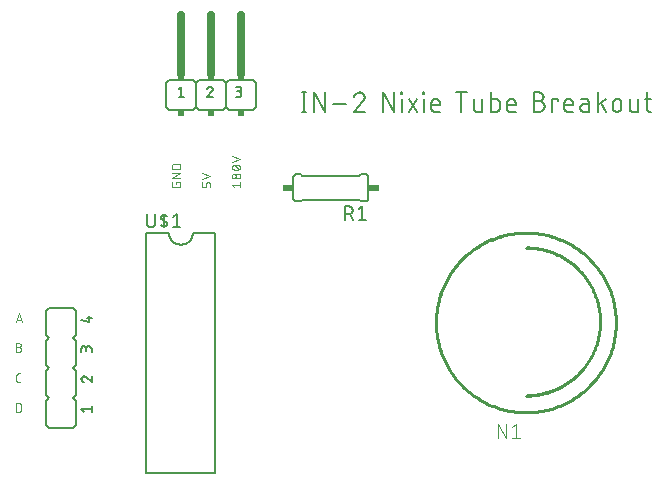
<source format=gbr>
G04 EAGLE Gerber RS-274X export*
G75*
%MOMM*%
%FSLAX34Y34*%
%LPD*%
%INSilkscreen Top*%
%IPPOS*%
%AMOC8*
5,1,8,0,0,1.08239X$1,22.5*%
G01*
%ADD10C,0.152400*%
%ADD11C,0.076200*%
%ADD12C,0.127000*%
%ADD13C,0.660400*%
%ADD14R,0.609600X0.508000*%
%ADD15R,0.863600X0.609600*%
%ADD16C,0.254000*%
%ADD17C,0.101600*%


D10*
X345468Y639318D02*
X345468Y623062D01*
X343662Y623062D02*
X347274Y623062D01*
X347274Y639318D02*
X343662Y639318D01*
X353979Y639318D02*
X353979Y623062D01*
X363010Y623062D02*
X353979Y639318D01*
X363010Y639318D02*
X363010Y623062D01*
X370270Y629384D02*
X381107Y629384D01*
X392813Y639318D02*
X392938Y639316D01*
X393063Y639310D01*
X393188Y639301D01*
X393312Y639287D01*
X393436Y639270D01*
X393560Y639249D01*
X393682Y639224D01*
X393804Y639195D01*
X393925Y639163D01*
X394045Y639127D01*
X394164Y639087D01*
X394281Y639044D01*
X394397Y638997D01*
X394512Y638946D01*
X394624Y638892D01*
X394736Y638834D01*
X394845Y638774D01*
X394952Y638709D01*
X395058Y638642D01*
X395161Y638571D01*
X395262Y638497D01*
X395361Y638420D01*
X395457Y638340D01*
X395551Y638257D01*
X395642Y638172D01*
X395731Y638083D01*
X395816Y637992D01*
X395899Y637898D01*
X395979Y637802D01*
X396056Y637703D01*
X396130Y637602D01*
X396201Y637499D01*
X396268Y637393D01*
X396333Y637286D01*
X396393Y637177D01*
X396451Y637065D01*
X396505Y636953D01*
X396556Y636838D01*
X396603Y636722D01*
X396646Y636605D01*
X396686Y636486D01*
X396722Y636366D01*
X396754Y636245D01*
X396783Y636123D01*
X396808Y636001D01*
X396829Y635877D01*
X396846Y635753D01*
X396860Y635629D01*
X396869Y635504D01*
X396875Y635379D01*
X396877Y635254D01*
X392813Y639318D02*
X392670Y639316D01*
X392528Y639310D01*
X392385Y639300D01*
X392243Y639287D01*
X392102Y639269D01*
X391960Y639248D01*
X391820Y639223D01*
X391680Y639194D01*
X391541Y639161D01*
X391403Y639124D01*
X391266Y639084D01*
X391131Y639040D01*
X390996Y638992D01*
X390863Y638940D01*
X390731Y638885D01*
X390601Y638826D01*
X390473Y638764D01*
X390346Y638698D01*
X390221Y638629D01*
X390098Y638557D01*
X389978Y638481D01*
X389859Y638402D01*
X389742Y638319D01*
X389628Y638234D01*
X389516Y638145D01*
X389407Y638054D01*
X389300Y637959D01*
X389195Y637862D01*
X389094Y637761D01*
X388995Y637658D01*
X388899Y637553D01*
X388806Y637444D01*
X388716Y637333D01*
X388629Y637220D01*
X388545Y637105D01*
X388465Y636987D01*
X388387Y636867D01*
X388313Y636745D01*
X388243Y636621D01*
X388175Y636495D01*
X388112Y636367D01*
X388051Y636238D01*
X387994Y636107D01*
X387941Y635975D01*
X387892Y635841D01*
X387846Y635706D01*
X395522Y632093D02*
X395616Y632185D01*
X395706Y632279D01*
X395794Y632376D01*
X395879Y632476D01*
X395961Y632578D01*
X396040Y632683D01*
X396115Y632790D01*
X396187Y632899D01*
X396256Y633010D01*
X396322Y633124D01*
X396384Y633239D01*
X396443Y633356D01*
X396498Y633475D01*
X396549Y633595D01*
X396597Y633717D01*
X396642Y633840D01*
X396682Y633964D01*
X396719Y634090D01*
X396752Y634217D01*
X396781Y634344D01*
X396807Y634473D01*
X396828Y634602D01*
X396846Y634732D01*
X396859Y634862D01*
X396869Y634992D01*
X396875Y635123D01*
X396877Y635254D01*
X395523Y632093D02*
X387846Y623062D01*
X396877Y623062D01*
X412335Y623062D02*
X412335Y639318D01*
X421366Y623062D01*
X421366Y639318D01*
X428314Y633899D02*
X428314Y623062D01*
X427862Y638415D02*
X427862Y639318D01*
X428765Y639318D01*
X428765Y638415D01*
X427862Y638415D01*
X441305Y633899D02*
X434080Y623062D01*
X441305Y623062D02*
X434080Y633899D01*
X447071Y633899D02*
X447071Y623062D01*
X446620Y638415D02*
X446620Y639318D01*
X447523Y639318D01*
X447523Y638415D01*
X446620Y638415D01*
X456068Y623062D02*
X460583Y623062D01*
X456068Y623062D02*
X455967Y623064D01*
X455866Y623070D01*
X455765Y623079D01*
X455664Y623092D01*
X455564Y623109D01*
X455465Y623130D01*
X455367Y623154D01*
X455270Y623182D01*
X455173Y623214D01*
X455078Y623249D01*
X454985Y623288D01*
X454893Y623330D01*
X454802Y623376D01*
X454714Y623425D01*
X454627Y623477D01*
X454542Y623533D01*
X454459Y623591D01*
X454379Y623653D01*
X454301Y623718D01*
X454225Y623785D01*
X454152Y623855D01*
X454082Y623928D01*
X454015Y624004D01*
X453950Y624082D01*
X453888Y624162D01*
X453830Y624245D01*
X453774Y624330D01*
X453722Y624417D01*
X453673Y624505D01*
X453627Y624596D01*
X453585Y624688D01*
X453546Y624781D01*
X453511Y624876D01*
X453479Y624973D01*
X453451Y625070D01*
X453427Y625168D01*
X453406Y625267D01*
X453389Y625367D01*
X453376Y625468D01*
X453367Y625569D01*
X453361Y625670D01*
X453359Y625771D01*
X453358Y625771D02*
X453358Y630287D01*
X453359Y630287D02*
X453361Y630406D01*
X453367Y630526D01*
X453377Y630645D01*
X453391Y630763D01*
X453408Y630882D01*
X453430Y630999D01*
X453455Y631116D01*
X453485Y631231D01*
X453518Y631346D01*
X453555Y631460D01*
X453595Y631572D01*
X453640Y631683D01*
X453688Y631792D01*
X453739Y631900D01*
X453794Y632006D01*
X453853Y632110D01*
X453915Y632212D01*
X453980Y632312D01*
X454049Y632410D01*
X454121Y632506D01*
X454196Y632599D01*
X454273Y632689D01*
X454354Y632777D01*
X454438Y632862D01*
X454525Y632944D01*
X454614Y633024D01*
X454706Y633100D01*
X454800Y633174D01*
X454897Y633244D01*
X454995Y633311D01*
X455096Y633375D01*
X455200Y633435D01*
X455305Y633492D01*
X455412Y633545D01*
X455520Y633595D01*
X455630Y633641D01*
X455742Y633683D01*
X455855Y633722D01*
X455969Y633757D01*
X456084Y633788D01*
X456201Y633816D01*
X456318Y633839D01*
X456435Y633859D01*
X456554Y633875D01*
X456673Y633887D01*
X456792Y633895D01*
X456911Y633899D01*
X457031Y633899D01*
X457150Y633895D01*
X457269Y633887D01*
X457388Y633875D01*
X457507Y633859D01*
X457624Y633839D01*
X457741Y633816D01*
X457858Y633788D01*
X457973Y633757D01*
X458087Y633722D01*
X458200Y633683D01*
X458312Y633641D01*
X458422Y633595D01*
X458530Y633545D01*
X458637Y633492D01*
X458742Y633435D01*
X458846Y633375D01*
X458947Y633311D01*
X459045Y633244D01*
X459142Y633174D01*
X459236Y633100D01*
X459328Y633024D01*
X459417Y632944D01*
X459504Y632862D01*
X459588Y632777D01*
X459669Y632689D01*
X459746Y632599D01*
X459821Y632506D01*
X459893Y632410D01*
X459962Y632312D01*
X460027Y632212D01*
X460089Y632110D01*
X460148Y632006D01*
X460203Y631900D01*
X460254Y631792D01*
X460302Y631683D01*
X460347Y631572D01*
X460387Y631460D01*
X460424Y631346D01*
X460457Y631231D01*
X460487Y631116D01*
X460512Y630999D01*
X460534Y630882D01*
X460551Y630763D01*
X460565Y630645D01*
X460575Y630526D01*
X460581Y630406D01*
X460583Y630287D01*
X460583Y628481D01*
X453358Y628481D01*
X478855Y623062D02*
X478855Y639318D01*
X483370Y639318D02*
X474339Y639318D01*
X489310Y633899D02*
X489310Y625771D01*
X489311Y625771D02*
X489313Y625670D01*
X489319Y625569D01*
X489328Y625468D01*
X489341Y625367D01*
X489358Y625267D01*
X489379Y625168D01*
X489403Y625070D01*
X489431Y624973D01*
X489463Y624876D01*
X489498Y624781D01*
X489537Y624688D01*
X489579Y624596D01*
X489625Y624505D01*
X489674Y624417D01*
X489726Y624330D01*
X489782Y624245D01*
X489840Y624162D01*
X489902Y624082D01*
X489967Y624004D01*
X490034Y623928D01*
X490104Y623855D01*
X490177Y623785D01*
X490253Y623718D01*
X490331Y623653D01*
X490411Y623591D01*
X490494Y623533D01*
X490579Y623477D01*
X490666Y623425D01*
X490754Y623376D01*
X490845Y623330D01*
X490937Y623288D01*
X491030Y623249D01*
X491125Y623214D01*
X491222Y623182D01*
X491319Y623154D01*
X491417Y623130D01*
X491516Y623109D01*
X491616Y623092D01*
X491717Y623079D01*
X491818Y623070D01*
X491919Y623064D01*
X492020Y623062D01*
X496535Y623062D01*
X496535Y633899D01*
X503973Y639318D02*
X503973Y623062D01*
X508488Y623062D01*
X508592Y623064D01*
X508695Y623070D01*
X508799Y623080D01*
X508902Y623094D01*
X509004Y623112D01*
X509105Y623133D01*
X509206Y623159D01*
X509305Y623188D01*
X509404Y623221D01*
X509501Y623258D01*
X509596Y623299D01*
X509690Y623343D01*
X509782Y623391D01*
X509872Y623442D01*
X509961Y623497D01*
X510047Y623555D01*
X510130Y623617D01*
X510212Y623681D01*
X510290Y623749D01*
X510366Y623819D01*
X510440Y623892D01*
X510510Y623969D01*
X510578Y624047D01*
X510642Y624129D01*
X510704Y624212D01*
X510762Y624298D01*
X510817Y624387D01*
X510868Y624477D01*
X510916Y624569D01*
X510960Y624663D01*
X511001Y624758D01*
X511038Y624855D01*
X511071Y624954D01*
X511100Y625053D01*
X511126Y625154D01*
X511147Y625255D01*
X511165Y625357D01*
X511179Y625460D01*
X511189Y625564D01*
X511195Y625667D01*
X511197Y625771D01*
X511198Y625771D02*
X511198Y631190D01*
X511197Y631190D02*
X511195Y631291D01*
X511189Y631392D01*
X511180Y631493D01*
X511167Y631594D01*
X511150Y631694D01*
X511129Y631793D01*
X511105Y631891D01*
X511077Y631988D01*
X511045Y632085D01*
X511010Y632180D01*
X510971Y632273D01*
X510929Y632365D01*
X510883Y632456D01*
X510834Y632545D01*
X510782Y632631D01*
X510726Y632716D01*
X510668Y632799D01*
X510606Y632879D01*
X510541Y632957D01*
X510474Y633033D01*
X510404Y633106D01*
X510331Y633176D01*
X510255Y633243D01*
X510177Y633308D01*
X510097Y633370D01*
X510014Y633428D01*
X509929Y633484D01*
X509843Y633536D01*
X509754Y633585D01*
X509663Y633631D01*
X509571Y633673D01*
X509478Y633712D01*
X509383Y633747D01*
X509286Y633779D01*
X509189Y633807D01*
X509091Y633831D01*
X508992Y633852D01*
X508892Y633869D01*
X508791Y633882D01*
X508690Y633891D01*
X508589Y633897D01*
X508488Y633899D01*
X503973Y633899D01*
X520156Y623062D02*
X524671Y623062D01*
X520156Y623062D02*
X520055Y623064D01*
X519954Y623070D01*
X519853Y623079D01*
X519752Y623092D01*
X519652Y623109D01*
X519553Y623130D01*
X519455Y623154D01*
X519358Y623182D01*
X519261Y623214D01*
X519166Y623249D01*
X519073Y623288D01*
X518981Y623330D01*
X518890Y623376D01*
X518802Y623425D01*
X518715Y623477D01*
X518630Y623533D01*
X518547Y623591D01*
X518467Y623653D01*
X518389Y623718D01*
X518313Y623785D01*
X518240Y623855D01*
X518170Y623928D01*
X518103Y624004D01*
X518038Y624082D01*
X517976Y624162D01*
X517918Y624245D01*
X517862Y624330D01*
X517810Y624417D01*
X517761Y624505D01*
X517715Y624596D01*
X517673Y624688D01*
X517634Y624781D01*
X517599Y624876D01*
X517567Y624973D01*
X517539Y625070D01*
X517515Y625168D01*
X517494Y625267D01*
X517477Y625367D01*
X517464Y625468D01*
X517455Y625569D01*
X517449Y625670D01*
X517447Y625771D01*
X517446Y625771D02*
X517446Y630287D01*
X517447Y630287D02*
X517449Y630406D01*
X517455Y630526D01*
X517465Y630645D01*
X517479Y630763D01*
X517496Y630882D01*
X517518Y630999D01*
X517543Y631116D01*
X517573Y631231D01*
X517606Y631346D01*
X517643Y631460D01*
X517683Y631572D01*
X517728Y631683D01*
X517776Y631792D01*
X517827Y631900D01*
X517882Y632006D01*
X517941Y632110D01*
X518003Y632212D01*
X518068Y632312D01*
X518137Y632410D01*
X518209Y632506D01*
X518284Y632599D01*
X518361Y632689D01*
X518442Y632777D01*
X518526Y632862D01*
X518613Y632944D01*
X518702Y633024D01*
X518794Y633100D01*
X518888Y633174D01*
X518985Y633244D01*
X519083Y633311D01*
X519184Y633375D01*
X519288Y633435D01*
X519393Y633492D01*
X519500Y633545D01*
X519608Y633595D01*
X519718Y633641D01*
X519830Y633683D01*
X519943Y633722D01*
X520057Y633757D01*
X520172Y633788D01*
X520289Y633816D01*
X520406Y633839D01*
X520523Y633859D01*
X520642Y633875D01*
X520761Y633887D01*
X520880Y633895D01*
X520999Y633899D01*
X521119Y633899D01*
X521238Y633895D01*
X521357Y633887D01*
X521476Y633875D01*
X521595Y633859D01*
X521712Y633839D01*
X521829Y633816D01*
X521946Y633788D01*
X522061Y633757D01*
X522175Y633722D01*
X522288Y633683D01*
X522400Y633641D01*
X522510Y633595D01*
X522618Y633545D01*
X522725Y633492D01*
X522830Y633435D01*
X522934Y633375D01*
X523035Y633311D01*
X523133Y633244D01*
X523230Y633174D01*
X523324Y633100D01*
X523416Y633024D01*
X523505Y632944D01*
X523592Y632862D01*
X523676Y632777D01*
X523757Y632689D01*
X523834Y632599D01*
X523909Y632506D01*
X523981Y632410D01*
X524050Y632312D01*
X524115Y632212D01*
X524177Y632110D01*
X524236Y632006D01*
X524291Y631900D01*
X524342Y631792D01*
X524390Y631683D01*
X524435Y631572D01*
X524475Y631460D01*
X524512Y631346D01*
X524545Y631231D01*
X524575Y631116D01*
X524600Y630999D01*
X524622Y630882D01*
X524639Y630763D01*
X524653Y630645D01*
X524663Y630526D01*
X524669Y630406D01*
X524671Y630287D01*
X524671Y628481D01*
X517446Y628481D01*
X540201Y632093D02*
X544717Y632093D01*
X544717Y632094D02*
X544850Y632092D01*
X544982Y632086D01*
X545114Y632076D01*
X545246Y632063D01*
X545378Y632045D01*
X545508Y632024D01*
X545639Y631999D01*
X545768Y631970D01*
X545896Y631937D01*
X546024Y631901D01*
X546150Y631861D01*
X546275Y631817D01*
X546399Y631769D01*
X546521Y631718D01*
X546642Y631663D01*
X546761Y631605D01*
X546879Y631543D01*
X546994Y631478D01*
X547108Y631409D01*
X547219Y631338D01*
X547328Y631262D01*
X547435Y631184D01*
X547540Y631103D01*
X547642Y631018D01*
X547742Y630931D01*
X547839Y630841D01*
X547934Y630748D01*
X548025Y630652D01*
X548114Y630554D01*
X548200Y630453D01*
X548283Y630349D01*
X548363Y630243D01*
X548439Y630135D01*
X548513Y630025D01*
X548583Y629912D01*
X548650Y629798D01*
X548713Y629681D01*
X548773Y629563D01*
X548830Y629443D01*
X548883Y629321D01*
X548932Y629198D01*
X548978Y629074D01*
X549020Y628948D01*
X549058Y628821D01*
X549093Y628693D01*
X549124Y628564D01*
X549151Y628435D01*
X549174Y628304D01*
X549194Y628173D01*
X549209Y628041D01*
X549221Y627909D01*
X549229Y627777D01*
X549233Y627644D01*
X549233Y627512D01*
X549229Y627379D01*
X549221Y627247D01*
X549209Y627115D01*
X549194Y626983D01*
X549174Y626852D01*
X549151Y626721D01*
X549124Y626592D01*
X549093Y626463D01*
X549058Y626335D01*
X549020Y626208D01*
X548978Y626082D01*
X548932Y625958D01*
X548883Y625835D01*
X548830Y625713D01*
X548773Y625593D01*
X548713Y625475D01*
X548650Y625358D01*
X548583Y625244D01*
X548513Y625131D01*
X548439Y625021D01*
X548363Y624913D01*
X548283Y624807D01*
X548200Y624703D01*
X548114Y624602D01*
X548025Y624504D01*
X547934Y624408D01*
X547839Y624315D01*
X547742Y624225D01*
X547642Y624138D01*
X547540Y624053D01*
X547435Y623972D01*
X547328Y623894D01*
X547219Y623818D01*
X547108Y623747D01*
X546994Y623678D01*
X546879Y623613D01*
X546761Y623551D01*
X546642Y623493D01*
X546521Y623438D01*
X546399Y623387D01*
X546275Y623339D01*
X546150Y623295D01*
X546024Y623255D01*
X545896Y623219D01*
X545768Y623186D01*
X545639Y623157D01*
X545508Y623132D01*
X545378Y623111D01*
X545246Y623093D01*
X545114Y623080D01*
X544982Y623070D01*
X544850Y623064D01*
X544717Y623062D01*
X540201Y623062D01*
X540201Y639318D01*
X544717Y639318D01*
X544836Y639316D01*
X544956Y639310D01*
X545075Y639300D01*
X545193Y639286D01*
X545312Y639269D01*
X545429Y639247D01*
X545546Y639222D01*
X545661Y639192D01*
X545776Y639159D01*
X545890Y639122D01*
X546002Y639082D01*
X546113Y639037D01*
X546222Y638989D01*
X546330Y638938D01*
X546436Y638883D01*
X546540Y638824D01*
X546642Y638762D01*
X546742Y638697D01*
X546840Y638628D01*
X546936Y638556D01*
X547029Y638481D01*
X547119Y638404D01*
X547207Y638323D01*
X547292Y638239D01*
X547374Y638152D01*
X547454Y638063D01*
X547530Y637971D01*
X547604Y637877D01*
X547674Y637780D01*
X547741Y637682D01*
X547805Y637581D01*
X547865Y637477D01*
X547922Y637372D01*
X547975Y637265D01*
X548025Y637157D01*
X548071Y637047D01*
X548113Y636935D01*
X548152Y636822D01*
X548187Y636708D01*
X548218Y636593D01*
X548246Y636476D01*
X548269Y636359D01*
X548289Y636242D01*
X548305Y636123D01*
X548317Y636004D01*
X548325Y635885D01*
X548329Y635766D01*
X548329Y635646D01*
X548325Y635527D01*
X548317Y635408D01*
X548305Y635289D01*
X548289Y635170D01*
X548269Y635053D01*
X548246Y634936D01*
X548218Y634819D01*
X548187Y634704D01*
X548152Y634590D01*
X548113Y634477D01*
X548071Y634365D01*
X548025Y634255D01*
X547975Y634147D01*
X547922Y634040D01*
X547865Y633935D01*
X547805Y633831D01*
X547741Y633730D01*
X547674Y633632D01*
X547604Y633535D01*
X547530Y633441D01*
X547454Y633349D01*
X547374Y633260D01*
X547292Y633173D01*
X547207Y633089D01*
X547119Y633008D01*
X547029Y632931D01*
X546936Y632856D01*
X546840Y632784D01*
X546742Y632715D01*
X546642Y632650D01*
X546540Y632588D01*
X546436Y632529D01*
X546330Y632474D01*
X546222Y632423D01*
X546113Y632375D01*
X546002Y632330D01*
X545890Y632290D01*
X545776Y632253D01*
X545661Y632220D01*
X545546Y632190D01*
X545429Y632165D01*
X545312Y632143D01*
X545193Y632126D01*
X545075Y632112D01*
X544956Y632102D01*
X544836Y632096D01*
X544717Y632094D01*
X555567Y633899D02*
X555567Y623062D01*
X555567Y633899D02*
X560986Y633899D01*
X560986Y632093D01*
X568613Y623062D02*
X573128Y623062D01*
X568613Y623062D02*
X568512Y623064D01*
X568411Y623070D01*
X568310Y623079D01*
X568209Y623092D01*
X568109Y623109D01*
X568010Y623130D01*
X567912Y623154D01*
X567815Y623182D01*
X567718Y623214D01*
X567623Y623249D01*
X567530Y623288D01*
X567438Y623330D01*
X567347Y623376D01*
X567259Y623425D01*
X567172Y623477D01*
X567087Y623533D01*
X567004Y623591D01*
X566924Y623653D01*
X566846Y623718D01*
X566770Y623785D01*
X566697Y623855D01*
X566627Y623928D01*
X566560Y624004D01*
X566495Y624082D01*
X566433Y624162D01*
X566375Y624245D01*
X566319Y624330D01*
X566267Y624417D01*
X566218Y624505D01*
X566172Y624596D01*
X566130Y624688D01*
X566091Y624781D01*
X566056Y624876D01*
X566024Y624973D01*
X565996Y625070D01*
X565972Y625168D01*
X565951Y625267D01*
X565934Y625367D01*
X565921Y625468D01*
X565912Y625569D01*
X565906Y625670D01*
X565904Y625771D01*
X565903Y625771D02*
X565903Y630287D01*
X565904Y630287D02*
X565906Y630406D01*
X565912Y630526D01*
X565922Y630645D01*
X565936Y630763D01*
X565953Y630882D01*
X565975Y630999D01*
X566000Y631116D01*
X566030Y631231D01*
X566063Y631346D01*
X566100Y631460D01*
X566140Y631572D01*
X566185Y631683D01*
X566233Y631792D01*
X566284Y631900D01*
X566339Y632006D01*
X566398Y632110D01*
X566460Y632212D01*
X566525Y632312D01*
X566594Y632410D01*
X566666Y632506D01*
X566741Y632599D01*
X566818Y632689D01*
X566899Y632777D01*
X566983Y632862D01*
X567070Y632944D01*
X567159Y633024D01*
X567251Y633100D01*
X567345Y633174D01*
X567442Y633244D01*
X567540Y633311D01*
X567641Y633375D01*
X567745Y633435D01*
X567850Y633492D01*
X567957Y633545D01*
X568065Y633595D01*
X568175Y633641D01*
X568287Y633683D01*
X568400Y633722D01*
X568514Y633757D01*
X568629Y633788D01*
X568746Y633816D01*
X568863Y633839D01*
X568980Y633859D01*
X569099Y633875D01*
X569218Y633887D01*
X569337Y633895D01*
X569456Y633899D01*
X569576Y633899D01*
X569695Y633895D01*
X569814Y633887D01*
X569933Y633875D01*
X570052Y633859D01*
X570169Y633839D01*
X570286Y633816D01*
X570403Y633788D01*
X570518Y633757D01*
X570632Y633722D01*
X570745Y633683D01*
X570857Y633641D01*
X570967Y633595D01*
X571075Y633545D01*
X571182Y633492D01*
X571287Y633435D01*
X571391Y633375D01*
X571492Y633311D01*
X571590Y633244D01*
X571687Y633174D01*
X571781Y633100D01*
X571873Y633024D01*
X571962Y632944D01*
X572049Y632862D01*
X572133Y632777D01*
X572214Y632689D01*
X572291Y632599D01*
X572366Y632506D01*
X572438Y632410D01*
X572507Y632312D01*
X572572Y632212D01*
X572634Y632110D01*
X572693Y632006D01*
X572748Y631900D01*
X572799Y631792D01*
X572847Y631683D01*
X572892Y631572D01*
X572932Y631460D01*
X572969Y631346D01*
X573002Y631231D01*
X573032Y631116D01*
X573057Y630999D01*
X573079Y630882D01*
X573096Y630763D01*
X573110Y630645D01*
X573120Y630526D01*
X573126Y630406D01*
X573128Y630287D01*
X573128Y628481D01*
X565903Y628481D01*
X582538Y629384D02*
X586602Y629384D01*
X582538Y629384D02*
X582426Y629382D01*
X582315Y629376D01*
X582204Y629366D01*
X582093Y629353D01*
X581983Y629335D01*
X581874Y629313D01*
X581765Y629288D01*
X581657Y629259D01*
X581551Y629226D01*
X581445Y629189D01*
X581341Y629149D01*
X581239Y629105D01*
X581138Y629057D01*
X581039Y629006D01*
X580941Y628951D01*
X580846Y628893D01*
X580753Y628832D01*
X580662Y628767D01*
X580573Y628699D01*
X580487Y628628D01*
X580404Y628555D01*
X580323Y628478D01*
X580244Y628398D01*
X580169Y628316D01*
X580097Y628231D01*
X580027Y628144D01*
X579961Y628054D01*
X579898Y627962D01*
X579838Y627867D01*
X579782Y627771D01*
X579729Y627673D01*
X579680Y627573D01*
X579634Y627471D01*
X579592Y627368D01*
X579553Y627263D01*
X579518Y627157D01*
X579487Y627050D01*
X579460Y626942D01*
X579436Y626833D01*
X579417Y626723D01*
X579401Y626613D01*
X579389Y626502D01*
X579381Y626390D01*
X579377Y626279D01*
X579377Y626167D01*
X579381Y626056D01*
X579389Y625944D01*
X579401Y625833D01*
X579417Y625723D01*
X579436Y625613D01*
X579460Y625504D01*
X579487Y625396D01*
X579518Y625289D01*
X579553Y625183D01*
X579592Y625078D01*
X579634Y624975D01*
X579680Y624873D01*
X579729Y624773D01*
X579782Y624675D01*
X579838Y624579D01*
X579898Y624484D01*
X579961Y624392D01*
X580027Y624302D01*
X580097Y624215D01*
X580169Y624130D01*
X580244Y624048D01*
X580323Y623968D01*
X580404Y623891D01*
X580487Y623818D01*
X580573Y623747D01*
X580662Y623679D01*
X580753Y623614D01*
X580846Y623553D01*
X580941Y623495D01*
X581039Y623440D01*
X581138Y623389D01*
X581239Y623341D01*
X581341Y623297D01*
X581445Y623257D01*
X581551Y623220D01*
X581657Y623187D01*
X581765Y623158D01*
X581874Y623133D01*
X581983Y623111D01*
X582093Y623093D01*
X582204Y623080D01*
X582315Y623070D01*
X582426Y623064D01*
X582538Y623062D01*
X586602Y623062D01*
X586602Y631190D01*
X586600Y631291D01*
X586594Y631392D01*
X586585Y631493D01*
X586572Y631594D01*
X586555Y631694D01*
X586534Y631793D01*
X586510Y631891D01*
X586482Y631988D01*
X586450Y632085D01*
X586415Y632180D01*
X586376Y632273D01*
X586334Y632365D01*
X586288Y632456D01*
X586239Y632545D01*
X586187Y632631D01*
X586131Y632716D01*
X586073Y632799D01*
X586011Y632879D01*
X585946Y632957D01*
X585879Y633033D01*
X585809Y633106D01*
X585736Y633176D01*
X585660Y633243D01*
X585582Y633308D01*
X585502Y633370D01*
X585419Y633428D01*
X585334Y633484D01*
X585248Y633536D01*
X585159Y633585D01*
X585068Y633631D01*
X584976Y633673D01*
X584883Y633712D01*
X584788Y633747D01*
X584691Y633779D01*
X584594Y633807D01*
X584496Y633831D01*
X584397Y633852D01*
X584297Y633869D01*
X584196Y633882D01*
X584095Y633891D01*
X583994Y633897D01*
X583893Y633899D01*
X580280Y633899D01*
X594208Y639318D02*
X594208Y623062D01*
X594208Y628481D02*
X601433Y633899D01*
X597369Y630738D02*
X601433Y623062D01*
X607065Y626674D02*
X607065Y630287D01*
X607066Y630287D02*
X607068Y630406D01*
X607074Y630526D01*
X607084Y630645D01*
X607098Y630763D01*
X607115Y630882D01*
X607137Y630999D01*
X607162Y631116D01*
X607192Y631231D01*
X607225Y631346D01*
X607262Y631460D01*
X607302Y631572D01*
X607347Y631683D01*
X607395Y631792D01*
X607446Y631900D01*
X607501Y632006D01*
X607560Y632110D01*
X607622Y632212D01*
X607687Y632312D01*
X607756Y632410D01*
X607828Y632506D01*
X607903Y632599D01*
X607980Y632689D01*
X608061Y632777D01*
X608145Y632862D01*
X608232Y632944D01*
X608321Y633024D01*
X608413Y633100D01*
X608507Y633174D01*
X608604Y633244D01*
X608702Y633311D01*
X608803Y633375D01*
X608907Y633435D01*
X609012Y633492D01*
X609119Y633545D01*
X609227Y633595D01*
X609337Y633641D01*
X609449Y633683D01*
X609562Y633722D01*
X609676Y633757D01*
X609791Y633788D01*
X609908Y633816D01*
X610025Y633839D01*
X610142Y633859D01*
X610261Y633875D01*
X610380Y633887D01*
X610499Y633895D01*
X610618Y633899D01*
X610738Y633899D01*
X610857Y633895D01*
X610976Y633887D01*
X611095Y633875D01*
X611214Y633859D01*
X611331Y633839D01*
X611448Y633816D01*
X611565Y633788D01*
X611680Y633757D01*
X611794Y633722D01*
X611907Y633683D01*
X612019Y633641D01*
X612129Y633595D01*
X612237Y633545D01*
X612344Y633492D01*
X612449Y633435D01*
X612553Y633375D01*
X612654Y633311D01*
X612752Y633244D01*
X612849Y633174D01*
X612943Y633100D01*
X613035Y633024D01*
X613124Y632944D01*
X613211Y632862D01*
X613295Y632777D01*
X613376Y632689D01*
X613453Y632599D01*
X613528Y632506D01*
X613600Y632410D01*
X613669Y632312D01*
X613734Y632212D01*
X613796Y632110D01*
X613855Y632006D01*
X613910Y631900D01*
X613961Y631792D01*
X614009Y631683D01*
X614054Y631572D01*
X614094Y631460D01*
X614131Y631346D01*
X614164Y631231D01*
X614194Y631116D01*
X614219Y630999D01*
X614241Y630882D01*
X614258Y630763D01*
X614272Y630645D01*
X614282Y630526D01*
X614288Y630406D01*
X614290Y630287D01*
X614290Y626674D01*
X614288Y626555D01*
X614282Y626435D01*
X614272Y626316D01*
X614258Y626198D01*
X614241Y626079D01*
X614219Y625962D01*
X614194Y625845D01*
X614164Y625730D01*
X614131Y625615D01*
X614094Y625501D01*
X614054Y625389D01*
X614009Y625278D01*
X613961Y625169D01*
X613910Y625061D01*
X613855Y624955D01*
X613796Y624851D01*
X613734Y624749D01*
X613669Y624649D01*
X613600Y624551D01*
X613528Y624455D01*
X613453Y624362D01*
X613376Y624272D01*
X613295Y624184D01*
X613211Y624099D01*
X613124Y624017D01*
X613035Y623937D01*
X612943Y623861D01*
X612849Y623787D01*
X612752Y623717D01*
X612654Y623650D01*
X612553Y623586D01*
X612449Y623526D01*
X612344Y623469D01*
X612237Y623416D01*
X612129Y623366D01*
X612019Y623320D01*
X611907Y623278D01*
X611794Y623239D01*
X611680Y623204D01*
X611565Y623173D01*
X611448Y623145D01*
X611331Y623122D01*
X611214Y623102D01*
X611095Y623086D01*
X610976Y623074D01*
X610857Y623066D01*
X610738Y623062D01*
X610618Y623062D01*
X610499Y623066D01*
X610380Y623074D01*
X610261Y623086D01*
X610142Y623102D01*
X610025Y623122D01*
X609908Y623145D01*
X609791Y623173D01*
X609676Y623204D01*
X609562Y623239D01*
X609449Y623278D01*
X609337Y623320D01*
X609227Y623366D01*
X609119Y623416D01*
X609012Y623469D01*
X608907Y623526D01*
X608803Y623586D01*
X608702Y623650D01*
X608604Y623717D01*
X608507Y623787D01*
X608413Y623861D01*
X608321Y623937D01*
X608232Y624017D01*
X608145Y624099D01*
X608061Y624184D01*
X607980Y624272D01*
X607903Y624362D01*
X607828Y624455D01*
X607756Y624551D01*
X607687Y624649D01*
X607622Y624749D01*
X607560Y624851D01*
X607501Y624955D01*
X607446Y625061D01*
X607395Y625169D01*
X607347Y625278D01*
X607302Y625389D01*
X607262Y625501D01*
X607225Y625615D01*
X607192Y625730D01*
X607162Y625845D01*
X607137Y625962D01*
X607115Y626079D01*
X607098Y626198D01*
X607084Y626316D01*
X607074Y626435D01*
X607068Y626555D01*
X607066Y626674D01*
X621134Y625771D02*
X621134Y633899D01*
X621134Y625771D02*
X621136Y625670D01*
X621142Y625569D01*
X621151Y625468D01*
X621164Y625367D01*
X621181Y625267D01*
X621202Y625168D01*
X621226Y625070D01*
X621254Y624973D01*
X621286Y624876D01*
X621321Y624781D01*
X621360Y624688D01*
X621402Y624596D01*
X621448Y624505D01*
X621497Y624417D01*
X621549Y624330D01*
X621605Y624245D01*
X621663Y624162D01*
X621725Y624082D01*
X621790Y624004D01*
X621857Y623928D01*
X621927Y623855D01*
X622000Y623785D01*
X622076Y623718D01*
X622154Y623653D01*
X622234Y623591D01*
X622317Y623533D01*
X622402Y623477D01*
X622489Y623425D01*
X622577Y623376D01*
X622668Y623330D01*
X622760Y623288D01*
X622853Y623249D01*
X622948Y623214D01*
X623045Y623182D01*
X623142Y623154D01*
X623240Y623130D01*
X623339Y623109D01*
X623439Y623092D01*
X623540Y623079D01*
X623641Y623070D01*
X623742Y623064D01*
X623843Y623062D01*
X628358Y623062D01*
X628358Y633899D01*
X633904Y633899D02*
X639323Y633899D01*
X635711Y639318D02*
X635711Y625771D01*
X635713Y625670D01*
X635719Y625569D01*
X635728Y625468D01*
X635741Y625367D01*
X635758Y625267D01*
X635779Y625168D01*
X635803Y625070D01*
X635831Y624973D01*
X635863Y624876D01*
X635898Y624781D01*
X635937Y624688D01*
X635979Y624596D01*
X636025Y624505D01*
X636074Y624417D01*
X636126Y624330D01*
X636182Y624245D01*
X636240Y624162D01*
X636302Y624082D01*
X636367Y624004D01*
X636434Y623928D01*
X636504Y623855D01*
X636577Y623785D01*
X636653Y623718D01*
X636731Y623653D01*
X636811Y623591D01*
X636894Y623533D01*
X636979Y623477D01*
X637066Y623425D01*
X637154Y623376D01*
X637245Y623330D01*
X637337Y623288D01*
X637430Y623249D01*
X637525Y623214D01*
X637622Y623182D01*
X637719Y623154D01*
X637817Y623130D01*
X637916Y623109D01*
X638016Y623092D01*
X638117Y623079D01*
X638218Y623070D01*
X638319Y623064D01*
X638420Y623062D01*
X639323Y623062D01*
D11*
X266319Y561636D02*
X266319Y559181D01*
X266319Y561636D02*
X266317Y561714D01*
X266312Y561792D01*
X266302Y561869D01*
X266289Y561946D01*
X266273Y562022D01*
X266253Y562097D01*
X266229Y562171D01*
X266202Y562244D01*
X266171Y562316D01*
X266137Y562386D01*
X266100Y562455D01*
X266059Y562521D01*
X266015Y562586D01*
X265969Y562648D01*
X265919Y562708D01*
X265867Y562766D01*
X265812Y562821D01*
X265754Y562873D01*
X265694Y562923D01*
X265632Y562969D01*
X265567Y563013D01*
X265501Y563054D01*
X265432Y563091D01*
X265362Y563125D01*
X265290Y563156D01*
X265217Y563183D01*
X265143Y563207D01*
X265068Y563227D01*
X264992Y563243D01*
X264915Y563256D01*
X264838Y563266D01*
X264760Y563271D01*
X264682Y563273D01*
X263864Y563273D01*
X263784Y563271D01*
X263704Y563265D01*
X263624Y563255D01*
X263545Y563242D01*
X263466Y563224D01*
X263389Y563203D01*
X263313Y563177D01*
X263238Y563148D01*
X263164Y563116D01*
X263092Y563080D01*
X263022Y563040D01*
X262955Y562997D01*
X262889Y562951D01*
X262826Y562901D01*
X262765Y562849D01*
X262706Y562794D01*
X262651Y562735D01*
X262599Y562675D01*
X262549Y562611D01*
X262503Y562545D01*
X262460Y562478D01*
X262420Y562408D01*
X262384Y562336D01*
X262352Y562262D01*
X262323Y562188D01*
X262297Y562111D01*
X262276Y562034D01*
X262258Y561955D01*
X262245Y561876D01*
X262235Y561796D01*
X262229Y561716D01*
X262227Y561636D01*
X262227Y559181D01*
X258953Y559181D01*
X258953Y563273D01*
X258953Y566087D02*
X266319Y568542D01*
X258953Y570998D01*
X236827Y563273D02*
X236827Y562046D01*
X236827Y563273D02*
X240919Y563273D01*
X240919Y560818D01*
X240917Y560740D01*
X240912Y560662D01*
X240902Y560585D01*
X240889Y560508D01*
X240873Y560432D01*
X240853Y560357D01*
X240829Y560283D01*
X240802Y560210D01*
X240771Y560138D01*
X240737Y560068D01*
X240700Y560000D01*
X240659Y559933D01*
X240615Y559868D01*
X240569Y559806D01*
X240519Y559746D01*
X240467Y559688D01*
X240412Y559633D01*
X240354Y559581D01*
X240294Y559531D01*
X240232Y559485D01*
X240167Y559441D01*
X240101Y559400D01*
X240032Y559363D01*
X239962Y559329D01*
X239890Y559298D01*
X239817Y559271D01*
X239743Y559247D01*
X239668Y559227D01*
X239592Y559211D01*
X239515Y559198D01*
X239438Y559188D01*
X239360Y559183D01*
X239282Y559181D01*
X235190Y559181D01*
X235110Y559183D01*
X235030Y559189D01*
X234950Y559199D01*
X234871Y559212D01*
X234792Y559230D01*
X234715Y559251D01*
X234639Y559277D01*
X234564Y559306D01*
X234490Y559338D01*
X234418Y559374D01*
X234348Y559414D01*
X234281Y559457D01*
X234215Y559503D01*
X234152Y559553D01*
X234091Y559605D01*
X234032Y559660D01*
X233977Y559719D01*
X233925Y559779D01*
X233875Y559843D01*
X233829Y559908D01*
X233786Y559976D01*
X233746Y560046D01*
X233710Y560118D01*
X233678Y560192D01*
X233649Y560266D01*
X233624Y560343D01*
X233602Y560420D01*
X233584Y560499D01*
X233571Y560578D01*
X233561Y560657D01*
X233555Y560738D01*
X233553Y560818D01*
X233553Y563273D01*
X233553Y566984D02*
X240919Y566984D01*
X240919Y571076D02*
X233553Y566984D01*
X233553Y571076D02*
X240919Y571076D01*
X240919Y574787D02*
X233553Y574787D01*
X233553Y576833D01*
X233555Y576922D01*
X233561Y577011D01*
X233571Y577100D01*
X233584Y577188D01*
X233601Y577276D01*
X233623Y577363D01*
X233648Y577448D01*
X233676Y577533D01*
X233709Y577616D01*
X233745Y577698D01*
X233784Y577778D01*
X233827Y577856D01*
X233873Y577932D01*
X233923Y578007D01*
X233976Y578079D01*
X234032Y578148D01*
X234091Y578215D01*
X234152Y578280D01*
X234217Y578341D01*
X234284Y578400D01*
X234353Y578456D01*
X234425Y578509D01*
X234500Y578559D01*
X234576Y578605D01*
X234654Y578648D01*
X234734Y578687D01*
X234816Y578723D01*
X234899Y578756D01*
X234984Y578784D01*
X235069Y578809D01*
X235156Y578831D01*
X235244Y578848D01*
X235332Y578861D01*
X235421Y578871D01*
X235510Y578877D01*
X235599Y578879D01*
X238873Y578879D01*
X238962Y578877D01*
X239051Y578871D01*
X239140Y578861D01*
X239228Y578848D01*
X239316Y578831D01*
X239403Y578809D01*
X239488Y578784D01*
X239573Y578756D01*
X239656Y578723D01*
X239738Y578687D01*
X239818Y578648D01*
X239896Y578605D01*
X239972Y578559D01*
X240047Y578509D01*
X240119Y578456D01*
X240188Y578400D01*
X240255Y578341D01*
X240320Y578280D01*
X240381Y578215D01*
X240440Y578148D01*
X240496Y578079D01*
X240549Y578007D01*
X240599Y577932D01*
X240645Y577856D01*
X240688Y577778D01*
X240727Y577698D01*
X240763Y577616D01*
X240796Y577533D01*
X240824Y577448D01*
X240849Y577363D01*
X240871Y577276D01*
X240888Y577188D01*
X240901Y577100D01*
X240911Y577011D01*
X240917Y576922D01*
X240919Y576833D01*
X240919Y574787D01*
X284353Y561227D02*
X285990Y559181D01*
X284353Y561227D02*
X291719Y561227D01*
X291719Y559181D02*
X291719Y563273D01*
X289673Y566496D02*
X289584Y566498D01*
X289495Y566504D01*
X289406Y566514D01*
X289318Y566527D01*
X289230Y566544D01*
X289143Y566566D01*
X289058Y566591D01*
X288973Y566619D01*
X288890Y566652D01*
X288808Y566688D01*
X288728Y566727D01*
X288650Y566770D01*
X288574Y566816D01*
X288499Y566866D01*
X288427Y566919D01*
X288358Y566975D01*
X288291Y567034D01*
X288226Y567095D01*
X288165Y567160D01*
X288106Y567227D01*
X288050Y567296D01*
X287997Y567368D01*
X287947Y567443D01*
X287901Y567519D01*
X287858Y567597D01*
X287819Y567677D01*
X287783Y567759D01*
X287750Y567842D01*
X287722Y567927D01*
X287697Y568012D01*
X287675Y568099D01*
X287658Y568187D01*
X287645Y568275D01*
X287635Y568364D01*
X287629Y568453D01*
X287627Y568542D01*
X287629Y568631D01*
X287635Y568720D01*
X287645Y568809D01*
X287658Y568897D01*
X287675Y568985D01*
X287697Y569072D01*
X287722Y569157D01*
X287750Y569242D01*
X287783Y569325D01*
X287819Y569407D01*
X287858Y569487D01*
X287901Y569565D01*
X287947Y569641D01*
X287997Y569716D01*
X288050Y569788D01*
X288106Y569857D01*
X288165Y569924D01*
X288226Y569989D01*
X288291Y570050D01*
X288358Y570109D01*
X288427Y570165D01*
X288499Y570218D01*
X288574Y570268D01*
X288650Y570314D01*
X288728Y570357D01*
X288808Y570396D01*
X288890Y570432D01*
X288973Y570465D01*
X289058Y570493D01*
X289143Y570518D01*
X289230Y570540D01*
X289318Y570557D01*
X289406Y570570D01*
X289495Y570580D01*
X289584Y570586D01*
X289673Y570588D01*
X289762Y570586D01*
X289851Y570580D01*
X289940Y570570D01*
X290028Y570557D01*
X290116Y570540D01*
X290203Y570518D01*
X290288Y570493D01*
X290373Y570465D01*
X290456Y570432D01*
X290538Y570396D01*
X290618Y570357D01*
X290696Y570314D01*
X290772Y570268D01*
X290847Y570218D01*
X290919Y570165D01*
X290988Y570109D01*
X291055Y570050D01*
X291120Y569989D01*
X291181Y569924D01*
X291240Y569857D01*
X291296Y569788D01*
X291349Y569716D01*
X291399Y569641D01*
X291445Y569565D01*
X291488Y569487D01*
X291527Y569407D01*
X291563Y569325D01*
X291596Y569242D01*
X291624Y569157D01*
X291649Y569072D01*
X291671Y568985D01*
X291688Y568897D01*
X291701Y568809D01*
X291711Y568720D01*
X291717Y568631D01*
X291719Y568542D01*
X291717Y568453D01*
X291711Y568364D01*
X291701Y568275D01*
X291688Y568187D01*
X291671Y568099D01*
X291649Y568012D01*
X291624Y567927D01*
X291596Y567842D01*
X291563Y567759D01*
X291527Y567677D01*
X291488Y567597D01*
X291445Y567519D01*
X291399Y567443D01*
X291349Y567368D01*
X291296Y567296D01*
X291240Y567227D01*
X291181Y567160D01*
X291120Y567095D01*
X291055Y567034D01*
X290988Y566975D01*
X290919Y566919D01*
X290847Y566866D01*
X290772Y566816D01*
X290696Y566770D01*
X290618Y566727D01*
X290538Y566688D01*
X290456Y566652D01*
X290373Y566619D01*
X290288Y566591D01*
X290203Y566566D01*
X290116Y566544D01*
X290028Y566527D01*
X289940Y566514D01*
X289851Y566504D01*
X289762Y566498D01*
X289673Y566496D01*
X285990Y566905D02*
X285911Y566907D01*
X285832Y566913D01*
X285753Y566922D01*
X285675Y566935D01*
X285598Y566953D01*
X285522Y566973D01*
X285447Y566998D01*
X285373Y567026D01*
X285300Y567057D01*
X285229Y567093D01*
X285160Y567131D01*
X285093Y567173D01*
X285028Y567218D01*
X284965Y567266D01*
X284904Y567317D01*
X284847Y567371D01*
X284791Y567427D01*
X284739Y567486D01*
X284689Y567548D01*
X284643Y567612D01*
X284599Y567678D01*
X284559Y567746D01*
X284523Y567816D01*
X284489Y567888D01*
X284459Y567962D01*
X284433Y568036D01*
X284410Y568112D01*
X284392Y568189D01*
X284376Y568266D01*
X284365Y568345D01*
X284357Y568423D01*
X284353Y568502D01*
X284353Y568582D01*
X284357Y568661D01*
X284365Y568739D01*
X284376Y568818D01*
X284392Y568895D01*
X284410Y568972D01*
X284433Y569048D01*
X284459Y569122D01*
X284489Y569196D01*
X284523Y569268D01*
X284559Y569338D01*
X284599Y569406D01*
X284643Y569472D01*
X284689Y569536D01*
X284739Y569598D01*
X284791Y569657D01*
X284847Y569713D01*
X284904Y569767D01*
X284965Y569818D01*
X285028Y569866D01*
X285093Y569911D01*
X285160Y569953D01*
X285229Y569991D01*
X285300Y570027D01*
X285373Y570058D01*
X285447Y570086D01*
X285522Y570111D01*
X285598Y570131D01*
X285675Y570149D01*
X285753Y570162D01*
X285832Y570171D01*
X285911Y570177D01*
X285990Y570179D01*
X286069Y570177D01*
X286148Y570171D01*
X286227Y570162D01*
X286305Y570149D01*
X286382Y570131D01*
X286458Y570111D01*
X286533Y570086D01*
X286607Y570058D01*
X286680Y570027D01*
X286751Y569991D01*
X286820Y569953D01*
X286887Y569911D01*
X286952Y569866D01*
X287015Y569818D01*
X287076Y569767D01*
X287133Y569713D01*
X287189Y569657D01*
X287241Y569598D01*
X287291Y569536D01*
X287337Y569472D01*
X287381Y569406D01*
X287421Y569338D01*
X287457Y569268D01*
X287491Y569196D01*
X287521Y569122D01*
X287547Y569048D01*
X287570Y568972D01*
X287588Y568895D01*
X287604Y568818D01*
X287615Y568739D01*
X287623Y568661D01*
X287627Y568582D01*
X287627Y568502D01*
X287623Y568423D01*
X287615Y568345D01*
X287604Y568266D01*
X287588Y568189D01*
X287570Y568112D01*
X287547Y568036D01*
X287521Y567962D01*
X287491Y567888D01*
X287457Y567816D01*
X287421Y567746D01*
X287381Y567678D01*
X287337Y567612D01*
X287291Y567548D01*
X287241Y567486D01*
X287189Y567427D01*
X287133Y567371D01*
X287076Y567317D01*
X287015Y567266D01*
X286952Y567218D01*
X286887Y567173D01*
X286820Y567131D01*
X286751Y567093D01*
X286680Y567057D01*
X286607Y567026D01*
X286533Y566998D01*
X286458Y566973D01*
X286382Y566953D01*
X286305Y566935D01*
X286227Y566922D01*
X286148Y566913D01*
X286069Y566907D01*
X285990Y566905D01*
X288036Y573812D02*
X287883Y573814D01*
X287730Y573820D01*
X287578Y573829D01*
X287425Y573843D01*
X287273Y573860D01*
X287122Y573881D01*
X286971Y573906D01*
X286821Y573935D01*
X286671Y573967D01*
X286523Y574004D01*
X286375Y574044D01*
X286228Y574087D01*
X286083Y574135D01*
X285939Y574186D01*
X285796Y574240D01*
X285654Y574299D01*
X285515Y574360D01*
X285376Y574426D01*
X285306Y574452D01*
X285236Y574482D01*
X285169Y574515D01*
X285103Y574551D01*
X285039Y574590D01*
X284977Y574633D01*
X284918Y574679D01*
X284860Y574727D01*
X284806Y574778D01*
X284753Y574832D01*
X284704Y574889D01*
X284657Y574948D01*
X284614Y575009D01*
X284573Y575072D01*
X284536Y575137D01*
X284501Y575204D01*
X284471Y575273D01*
X284443Y575343D01*
X284420Y575414D01*
X284399Y575486D01*
X284383Y575559D01*
X284370Y575633D01*
X284360Y575708D01*
X284355Y575783D01*
X284353Y575858D01*
X284355Y575933D01*
X284360Y576008D01*
X284370Y576083D01*
X284383Y576157D01*
X284399Y576230D01*
X284420Y576302D01*
X284443Y576373D01*
X284471Y576443D01*
X284501Y576512D01*
X284536Y576579D01*
X284573Y576644D01*
X284614Y576707D01*
X284657Y576768D01*
X284704Y576827D01*
X284753Y576884D01*
X284806Y576938D01*
X284860Y576989D01*
X284918Y577038D01*
X284977Y577083D01*
X285039Y577126D01*
X285103Y577165D01*
X285169Y577202D01*
X285237Y577234D01*
X285306Y577264D01*
X285376Y577290D01*
X285514Y577355D01*
X285654Y577417D01*
X285796Y577475D01*
X285939Y577530D01*
X286083Y577581D01*
X286228Y577629D01*
X286375Y577672D01*
X286522Y577712D01*
X286671Y577749D01*
X286821Y577781D01*
X286971Y577810D01*
X287122Y577835D01*
X287273Y577856D01*
X287425Y577873D01*
X287578Y577887D01*
X287730Y577896D01*
X287883Y577902D01*
X288036Y577904D01*
X288036Y573812D02*
X288189Y573814D01*
X288342Y573820D01*
X288494Y573829D01*
X288647Y573843D01*
X288799Y573860D01*
X288950Y573881D01*
X289101Y573906D01*
X289251Y573935D01*
X289401Y573967D01*
X289549Y574004D01*
X289697Y574044D01*
X289844Y574087D01*
X289989Y574135D01*
X290133Y574186D01*
X290276Y574240D01*
X290418Y574299D01*
X290557Y574360D01*
X290696Y574426D01*
X290767Y574452D01*
X290836Y574482D01*
X290903Y574515D01*
X290969Y574551D01*
X291033Y574590D01*
X291095Y574633D01*
X291154Y574679D01*
X291212Y574727D01*
X291266Y574778D01*
X291319Y574832D01*
X291368Y574889D01*
X291415Y574948D01*
X291458Y575009D01*
X291499Y575072D01*
X291536Y575137D01*
X291571Y575204D01*
X291601Y575273D01*
X291629Y575343D01*
X291652Y575414D01*
X291673Y575486D01*
X291689Y575559D01*
X291702Y575633D01*
X291712Y575708D01*
X291717Y575783D01*
X291719Y575858D01*
X290696Y577290D02*
X290558Y577355D01*
X290418Y577417D01*
X290276Y577475D01*
X290133Y577530D01*
X289989Y577581D01*
X289844Y577629D01*
X289697Y577672D01*
X289550Y577712D01*
X289401Y577749D01*
X289251Y577781D01*
X289101Y577810D01*
X288950Y577835D01*
X288799Y577856D01*
X288647Y577873D01*
X288494Y577887D01*
X288342Y577896D01*
X288189Y577902D01*
X288036Y577904D01*
X290696Y577290D02*
X290766Y577264D01*
X290836Y577234D01*
X290903Y577201D01*
X290969Y577165D01*
X291033Y577126D01*
X291095Y577083D01*
X291154Y577037D01*
X291212Y576989D01*
X291266Y576938D01*
X291319Y576884D01*
X291368Y576827D01*
X291415Y576768D01*
X291458Y576707D01*
X291499Y576644D01*
X291536Y576579D01*
X291571Y576512D01*
X291601Y576443D01*
X291629Y576373D01*
X291652Y576302D01*
X291673Y576230D01*
X291689Y576157D01*
X291702Y576083D01*
X291712Y576008D01*
X291717Y575933D01*
X291719Y575858D01*
X290082Y574221D02*
X285990Y577494D01*
X284353Y580717D02*
X291719Y583173D01*
X284353Y585628D01*
X104436Y452247D02*
X101981Y444881D01*
X106892Y444881D02*
X104436Y452247D01*
X102595Y446723D02*
X106278Y446723D01*
X104027Y423573D02*
X101981Y423573D01*
X104027Y423573D02*
X104116Y423571D01*
X104205Y423565D01*
X104294Y423555D01*
X104382Y423542D01*
X104470Y423525D01*
X104557Y423503D01*
X104642Y423478D01*
X104727Y423450D01*
X104810Y423417D01*
X104892Y423381D01*
X104972Y423342D01*
X105050Y423299D01*
X105126Y423253D01*
X105201Y423203D01*
X105273Y423150D01*
X105342Y423094D01*
X105409Y423035D01*
X105474Y422974D01*
X105535Y422909D01*
X105594Y422842D01*
X105650Y422773D01*
X105703Y422701D01*
X105753Y422626D01*
X105799Y422550D01*
X105842Y422472D01*
X105881Y422392D01*
X105917Y422310D01*
X105950Y422227D01*
X105978Y422142D01*
X106003Y422057D01*
X106025Y421970D01*
X106042Y421882D01*
X106055Y421794D01*
X106065Y421705D01*
X106071Y421616D01*
X106073Y421527D01*
X106071Y421438D01*
X106065Y421349D01*
X106055Y421260D01*
X106042Y421172D01*
X106025Y421084D01*
X106003Y420997D01*
X105978Y420912D01*
X105950Y420827D01*
X105917Y420744D01*
X105881Y420662D01*
X105842Y420582D01*
X105799Y420504D01*
X105753Y420428D01*
X105703Y420353D01*
X105650Y420281D01*
X105594Y420212D01*
X105535Y420145D01*
X105474Y420080D01*
X105409Y420019D01*
X105342Y419960D01*
X105273Y419904D01*
X105201Y419851D01*
X105126Y419801D01*
X105050Y419755D01*
X104972Y419712D01*
X104892Y419673D01*
X104810Y419637D01*
X104727Y419604D01*
X104642Y419576D01*
X104557Y419551D01*
X104470Y419529D01*
X104382Y419512D01*
X104294Y419499D01*
X104205Y419489D01*
X104116Y419483D01*
X104027Y419481D01*
X101981Y419481D01*
X101981Y426847D01*
X104027Y426847D01*
X104106Y426845D01*
X104185Y426839D01*
X104264Y426830D01*
X104342Y426817D01*
X104419Y426799D01*
X104495Y426779D01*
X104570Y426754D01*
X104644Y426726D01*
X104717Y426695D01*
X104788Y426659D01*
X104857Y426621D01*
X104924Y426579D01*
X104989Y426534D01*
X105052Y426486D01*
X105113Y426435D01*
X105170Y426381D01*
X105226Y426325D01*
X105278Y426266D01*
X105328Y426204D01*
X105374Y426140D01*
X105418Y426074D01*
X105458Y426006D01*
X105494Y425936D01*
X105528Y425864D01*
X105558Y425790D01*
X105584Y425716D01*
X105607Y425640D01*
X105625Y425563D01*
X105641Y425486D01*
X105652Y425407D01*
X105660Y425329D01*
X105664Y425250D01*
X105664Y425170D01*
X105660Y425091D01*
X105652Y425013D01*
X105641Y424934D01*
X105625Y424857D01*
X105607Y424780D01*
X105584Y424704D01*
X105558Y424630D01*
X105528Y424556D01*
X105494Y424484D01*
X105458Y424414D01*
X105418Y424346D01*
X105374Y424280D01*
X105328Y424216D01*
X105278Y424154D01*
X105226Y424095D01*
X105170Y424039D01*
X105113Y423985D01*
X105052Y423934D01*
X104989Y423886D01*
X104924Y423841D01*
X104857Y423799D01*
X104788Y423761D01*
X104717Y423725D01*
X104644Y423694D01*
X104570Y423666D01*
X104495Y423641D01*
X104419Y423621D01*
X104342Y423603D01*
X104264Y423590D01*
X104185Y423581D01*
X104106Y423575D01*
X104027Y423573D01*
X103618Y394081D02*
X105255Y394081D01*
X103618Y394081D02*
X103540Y394083D01*
X103462Y394088D01*
X103385Y394098D01*
X103308Y394111D01*
X103232Y394127D01*
X103157Y394147D01*
X103083Y394171D01*
X103010Y394198D01*
X102938Y394229D01*
X102868Y394263D01*
X102800Y394300D01*
X102733Y394341D01*
X102668Y394385D01*
X102606Y394431D01*
X102546Y394481D01*
X102488Y394533D01*
X102433Y394588D01*
X102381Y394646D01*
X102331Y394706D01*
X102285Y394768D01*
X102241Y394833D01*
X102200Y394900D01*
X102163Y394968D01*
X102129Y395038D01*
X102098Y395110D01*
X102071Y395183D01*
X102047Y395257D01*
X102027Y395332D01*
X102011Y395408D01*
X101998Y395485D01*
X101988Y395562D01*
X101983Y395640D01*
X101981Y395718D01*
X101981Y399810D01*
X101983Y399890D01*
X101989Y399970D01*
X101999Y400050D01*
X102012Y400129D01*
X102030Y400208D01*
X102051Y400285D01*
X102077Y400361D01*
X102106Y400436D01*
X102138Y400510D01*
X102174Y400582D01*
X102214Y400652D01*
X102257Y400719D01*
X102303Y400785D01*
X102353Y400848D01*
X102405Y400909D01*
X102460Y400968D01*
X102519Y401023D01*
X102579Y401075D01*
X102643Y401125D01*
X102709Y401171D01*
X102776Y401214D01*
X102846Y401254D01*
X102918Y401290D01*
X102992Y401322D01*
X103066Y401351D01*
X103143Y401377D01*
X103220Y401398D01*
X103299Y401416D01*
X103378Y401429D01*
X103458Y401439D01*
X103538Y401445D01*
X103618Y401447D01*
X105255Y401447D01*
X101981Y376047D02*
X101981Y368681D01*
X101981Y376047D02*
X104027Y376047D01*
X104116Y376045D01*
X104205Y376039D01*
X104294Y376029D01*
X104382Y376016D01*
X104470Y375999D01*
X104557Y375977D01*
X104642Y375952D01*
X104727Y375924D01*
X104810Y375891D01*
X104892Y375855D01*
X104972Y375816D01*
X105050Y375773D01*
X105126Y375727D01*
X105201Y375677D01*
X105273Y375624D01*
X105342Y375568D01*
X105409Y375509D01*
X105474Y375448D01*
X105535Y375383D01*
X105594Y375316D01*
X105650Y375247D01*
X105703Y375175D01*
X105753Y375100D01*
X105799Y375024D01*
X105842Y374946D01*
X105881Y374866D01*
X105917Y374784D01*
X105950Y374701D01*
X105978Y374616D01*
X106003Y374531D01*
X106025Y374444D01*
X106042Y374356D01*
X106055Y374268D01*
X106065Y374179D01*
X106071Y374090D01*
X106073Y374001D01*
X106073Y370727D01*
X106071Y370638D01*
X106065Y370549D01*
X106055Y370460D01*
X106042Y370372D01*
X106025Y370284D01*
X106003Y370197D01*
X105978Y370112D01*
X105950Y370027D01*
X105917Y369944D01*
X105881Y369862D01*
X105842Y369782D01*
X105799Y369704D01*
X105753Y369628D01*
X105703Y369553D01*
X105650Y369481D01*
X105594Y369412D01*
X105535Y369345D01*
X105474Y369280D01*
X105409Y369219D01*
X105342Y369160D01*
X105273Y369104D01*
X105201Y369051D01*
X105126Y369001D01*
X105050Y368955D01*
X104972Y368912D01*
X104892Y368873D01*
X104810Y368837D01*
X104727Y368804D01*
X104642Y368776D01*
X104557Y368751D01*
X104470Y368729D01*
X104382Y368712D01*
X104294Y368699D01*
X104205Y368689D01*
X104116Y368683D01*
X104027Y368681D01*
X101981Y368681D01*
D10*
X129540Y355600D02*
X149860Y355600D01*
X127000Y408940D02*
X127000Y429260D01*
X127000Y408940D02*
X129540Y406400D01*
X152400Y408940D02*
X152400Y429260D01*
X152400Y408940D02*
X149860Y406400D01*
X152400Y429260D02*
X149860Y431800D01*
X129540Y431800D02*
X127000Y429260D01*
X129540Y406400D02*
X127000Y403860D01*
X127000Y383540D01*
X129540Y381000D01*
X127000Y378460D01*
X127000Y358140D02*
X129540Y355600D01*
X127000Y358140D02*
X127000Y378460D01*
X152400Y403860D02*
X149860Y406400D01*
X152400Y383540D02*
X149860Y381000D01*
X152400Y378460D01*
X152400Y358140D02*
X149860Y355600D01*
X152400Y383540D02*
X152400Y403860D01*
X152400Y378460D02*
X152400Y358140D01*
X149860Y457200D02*
X129540Y457200D01*
X127000Y454660D01*
X149860Y457200D02*
X152400Y454660D01*
X152400Y434340D02*
X149860Y431800D01*
X129540Y431800D02*
X127000Y434340D01*
X127000Y454660D01*
X152400Y454660D02*
X152400Y434340D01*
D12*
X157099Y371334D02*
X159018Y368935D01*
X157099Y371334D02*
X165735Y371334D01*
X165735Y368935D02*
X165735Y373733D01*
X157099Y396974D02*
X157101Y397066D01*
X157107Y397157D01*
X157116Y397248D01*
X157130Y397339D01*
X157147Y397429D01*
X157169Y397518D01*
X157194Y397606D01*
X157222Y397693D01*
X157255Y397779D01*
X157291Y397863D01*
X157330Y397946D01*
X157373Y398027D01*
X157420Y398106D01*
X157469Y398183D01*
X157522Y398258D01*
X157578Y398330D01*
X157637Y398400D01*
X157699Y398468D01*
X157764Y398533D01*
X157832Y398595D01*
X157902Y398654D01*
X157974Y398710D01*
X158049Y398763D01*
X158126Y398812D01*
X158205Y398859D01*
X158286Y398902D01*
X158369Y398941D01*
X158453Y398977D01*
X158539Y399010D01*
X158626Y399038D01*
X158714Y399063D01*
X158803Y399085D01*
X158893Y399102D01*
X158984Y399116D01*
X159075Y399125D01*
X159166Y399131D01*
X159258Y399133D01*
X157099Y396974D02*
X157101Y396871D01*
X157107Y396769D01*
X157116Y396667D01*
X157129Y396565D01*
X157146Y396464D01*
X157167Y396363D01*
X157191Y396264D01*
X157220Y396165D01*
X157251Y396068D01*
X157287Y395971D01*
X157325Y395876D01*
X157368Y395783D01*
X157414Y395691D01*
X157463Y395601D01*
X157515Y395513D01*
X157571Y395426D01*
X157630Y395342D01*
X157691Y395261D01*
X157756Y395181D01*
X157824Y395104D01*
X157895Y395029D01*
X157968Y394958D01*
X158044Y394889D01*
X158122Y394822D01*
X158203Y394759D01*
X158286Y394699D01*
X158371Y394642D01*
X158458Y394588D01*
X158548Y394537D01*
X158639Y394490D01*
X158731Y394446D01*
X158826Y394405D01*
X158921Y394368D01*
X159018Y394335D01*
X160937Y398413D02*
X160871Y398480D01*
X160802Y398544D01*
X160731Y398605D01*
X160657Y398663D01*
X160581Y398718D01*
X160503Y398770D01*
X160423Y398819D01*
X160341Y398865D01*
X160257Y398907D01*
X160171Y398946D01*
X160084Y398981D01*
X159996Y399012D01*
X159906Y399040D01*
X159816Y399065D01*
X159724Y399086D01*
X159632Y399103D01*
X159539Y399116D01*
X159446Y399125D01*
X159352Y399131D01*
X159258Y399133D01*
X160937Y398413D02*
X165735Y394335D01*
X165735Y399133D01*
X165735Y419735D02*
X165735Y422134D01*
X165733Y422231D01*
X165727Y422327D01*
X165718Y422423D01*
X165704Y422519D01*
X165687Y422614D01*
X165665Y422708D01*
X165640Y422801D01*
X165612Y422894D01*
X165579Y422985D01*
X165543Y423074D01*
X165503Y423162D01*
X165460Y423249D01*
X165414Y423334D01*
X165364Y423416D01*
X165310Y423497D01*
X165254Y423575D01*
X165194Y423651D01*
X165132Y423725D01*
X165066Y423796D01*
X164998Y423864D01*
X164927Y423930D01*
X164853Y423992D01*
X164777Y424052D01*
X164699Y424108D01*
X164618Y424162D01*
X164536Y424212D01*
X164451Y424258D01*
X164364Y424301D01*
X164276Y424341D01*
X164187Y424377D01*
X164096Y424410D01*
X164003Y424438D01*
X163910Y424463D01*
X163816Y424485D01*
X163721Y424502D01*
X163625Y424516D01*
X163529Y424525D01*
X163433Y424531D01*
X163336Y424533D01*
X163239Y424531D01*
X163143Y424525D01*
X163047Y424516D01*
X162951Y424502D01*
X162856Y424485D01*
X162762Y424463D01*
X162669Y424438D01*
X162576Y424410D01*
X162485Y424377D01*
X162396Y424341D01*
X162308Y424301D01*
X162221Y424258D01*
X162137Y424212D01*
X162054Y424162D01*
X161973Y424108D01*
X161895Y424052D01*
X161819Y423992D01*
X161745Y423930D01*
X161674Y423864D01*
X161606Y423796D01*
X161540Y423725D01*
X161478Y423651D01*
X161418Y423575D01*
X161362Y423497D01*
X161308Y423416D01*
X161258Y423334D01*
X161212Y423249D01*
X161169Y423162D01*
X161129Y423074D01*
X161093Y422985D01*
X161060Y422894D01*
X161032Y422801D01*
X161007Y422708D01*
X160985Y422614D01*
X160968Y422519D01*
X160954Y422423D01*
X160945Y422327D01*
X160939Y422231D01*
X160937Y422134D01*
X157099Y422614D02*
X157099Y419735D01*
X157099Y422614D02*
X157101Y422700D01*
X157107Y422786D01*
X157116Y422872D01*
X157130Y422957D01*
X157147Y423041D01*
X157168Y423125D01*
X157193Y423207D01*
X157221Y423288D01*
X157253Y423368D01*
X157289Y423447D01*
X157328Y423523D01*
X157371Y423598D01*
X157416Y423671D01*
X157465Y423742D01*
X157518Y423810D01*
X157573Y423877D01*
X157631Y423940D01*
X157692Y424001D01*
X157755Y424059D01*
X157822Y424114D01*
X157890Y424167D01*
X157961Y424216D01*
X158034Y424261D01*
X158109Y424304D01*
X158185Y424343D01*
X158264Y424379D01*
X158344Y424411D01*
X158425Y424439D01*
X158507Y424464D01*
X158591Y424485D01*
X158675Y424502D01*
X158760Y424516D01*
X158846Y424525D01*
X158932Y424531D01*
X159018Y424533D01*
X159104Y424531D01*
X159190Y424525D01*
X159276Y424516D01*
X159361Y424502D01*
X159445Y424485D01*
X159529Y424464D01*
X159611Y424439D01*
X159692Y424411D01*
X159772Y424379D01*
X159851Y424343D01*
X159927Y424304D01*
X160002Y424261D01*
X160075Y424216D01*
X160146Y424167D01*
X160214Y424114D01*
X160281Y424059D01*
X160344Y424001D01*
X160405Y423940D01*
X160463Y423877D01*
X160518Y423810D01*
X160571Y423742D01*
X160620Y423671D01*
X160665Y423598D01*
X160708Y423523D01*
X160747Y423447D01*
X160783Y423368D01*
X160815Y423288D01*
X160843Y423207D01*
X160868Y423125D01*
X160889Y423041D01*
X160906Y422957D01*
X160920Y422872D01*
X160929Y422786D01*
X160935Y422700D01*
X160937Y422614D01*
X160937Y420695D01*
X163816Y445135D02*
X157099Y447054D01*
X163816Y445135D02*
X163816Y449933D01*
X161897Y448493D02*
X165735Y448493D01*
D10*
X281940Y650240D02*
X302260Y650240D01*
X281940Y650240D02*
X279400Y647700D01*
X281940Y624840D02*
X302260Y624840D01*
X281940Y624840D02*
X279400Y627380D01*
X279400Y647700D01*
X302260Y624840D02*
X304800Y627380D01*
X304800Y647700D02*
X302260Y650240D01*
X304800Y647700D02*
X304800Y627380D01*
X254000Y627380D02*
X254000Y647700D01*
X254000Y627380D02*
X256540Y624840D01*
X254000Y627380D02*
X251460Y624840D01*
X231140Y624840D02*
X228600Y627380D01*
X228600Y647700D01*
X256540Y624840D02*
X276860Y624840D01*
X279400Y627380D01*
X251460Y624840D02*
X231140Y624840D01*
X256540Y650240D02*
X276860Y650240D01*
X251460Y650240D02*
X231140Y650240D01*
X254000Y647700D02*
X256540Y650240D01*
X231140Y650240D02*
X228600Y647700D01*
X276860Y650240D02*
X279400Y647700D01*
X254000Y647700D02*
X251460Y650240D01*
D13*
X292100Y655320D02*
X292100Y704850D01*
X266700Y704850D02*
X266700Y655320D01*
X241300Y655320D02*
X241300Y704850D01*
D12*
X241794Y644271D02*
X239395Y642352D01*
X241794Y644271D02*
X241794Y635635D01*
X239395Y635635D02*
X244193Y635635D01*
X266164Y644271D02*
X266256Y644269D01*
X266347Y644263D01*
X266438Y644254D01*
X266529Y644240D01*
X266619Y644223D01*
X266708Y644201D01*
X266796Y644176D01*
X266883Y644148D01*
X266969Y644115D01*
X267053Y644079D01*
X267136Y644040D01*
X267217Y643997D01*
X267296Y643950D01*
X267373Y643901D01*
X267448Y643848D01*
X267520Y643792D01*
X267590Y643733D01*
X267658Y643671D01*
X267723Y643606D01*
X267785Y643538D01*
X267844Y643468D01*
X267900Y643396D01*
X267953Y643321D01*
X268002Y643244D01*
X268049Y643165D01*
X268092Y643084D01*
X268131Y643001D01*
X268167Y642917D01*
X268200Y642831D01*
X268228Y642744D01*
X268253Y642656D01*
X268275Y642567D01*
X268292Y642477D01*
X268306Y642386D01*
X268315Y642295D01*
X268321Y642204D01*
X268323Y642112D01*
X266164Y644271D02*
X266061Y644269D01*
X265959Y644263D01*
X265857Y644254D01*
X265755Y644241D01*
X265654Y644224D01*
X265553Y644203D01*
X265454Y644179D01*
X265355Y644150D01*
X265258Y644119D01*
X265161Y644083D01*
X265066Y644045D01*
X264973Y644002D01*
X264881Y643956D01*
X264791Y643907D01*
X264703Y643855D01*
X264616Y643799D01*
X264532Y643740D01*
X264451Y643679D01*
X264371Y643614D01*
X264294Y643546D01*
X264219Y643475D01*
X264148Y643402D01*
X264079Y643326D01*
X264012Y643248D01*
X263949Y643167D01*
X263889Y643084D01*
X263832Y642999D01*
X263778Y642912D01*
X263727Y642822D01*
X263680Y642731D01*
X263636Y642639D01*
X263595Y642544D01*
X263558Y642449D01*
X263525Y642352D01*
X267603Y640433D02*
X267670Y640499D01*
X267734Y640568D01*
X267795Y640639D01*
X267853Y640713D01*
X267908Y640789D01*
X267960Y640867D01*
X268009Y640947D01*
X268055Y641029D01*
X268097Y641113D01*
X268136Y641199D01*
X268171Y641286D01*
X268202Y641374D01*
X268230Y641464D01*
X268255Y641554D01*
X268276Y641646D01*
X268293Y641738D01*
X268306Y641831D01*
X268315Y641924D01*
X268321Y642018D01*
X268323Y642112D01*
X267603Y640433D02*
X263525Y635635D01*
X268323Y635635D01*
X287655Y635635D02*
X290054Y635635D01*
X290151Y635637D01*
X290247Y635643D01*
X290343Y635652D01*
X290439Y635666D01*
X290534Y635683D01*
X290628Y635705D01*
X290721Y635730D01*
X290814Y635758D01*
X290905Y635791D01*
X290994Y635827D01*
X291082Y635867D01*
X291169Y635910D01*
X291254Y635956D01*
X291336Y636006D01*
X291417Y636060D01*
X291495Y636116D01*
X291571Y636176D01*
X291645Y636238D01*
X291716Y636304D01*
X291784Y636372D01*
X291850Y636443D01*
X291912Y636517D01*
X291972Y636593D01*
X292028Y636671D01*
X292082Y636752D01*
X292132Y636835D01*
X292178Y636919D01*
X292221Y637006D01*
X292261Y637094D01*
X292297Y637183D01*
X292330Y637274D01*
X292358Y637367D01*
X292383Y637460D01*
X292405Y637554D01*
X292422Y637649D01*
X292436Y637745D01*
X292445Y637841D01*
X292451Y637937D01*
X292453Y638034D01*
X292451Y638131D01*
X292445Y638227D01*
X292436Y638323D01*
X292422Y638419D01*
X292405Y638514D01*
X292383Y638608D01*
X292358Y638701D01*
X292330Y638794D01*
X292297Y638885D01*
X292261Y638974D01*
X292221Y639062D01*
X292178Y639149D01*
X292132Y639234D01*
X292082Y639316D01*
X292028Y639397D01*
X291972Y639475D01*
X291912Y639551D01*
X291850Y639625D01*
X291784Y639696D01*
X291716Y639764D01*
X291645Y639830D01*
X291571Y639892D01*
X291495Y639952D01*
X291417Y640008D01*
X291336Y640062D01*
X291254Y640112D01*
X291169Y640158D01*
X291082Y640201D01*
X290994Y640241D01*
X290905Y640277D01*
X290814Y640310D01*
X290721Y640338D01*
X290628Y640363D01*
X290534Y640385D01*
X290439Y640402D01*
X290343Y640416D01*
X290247Y640425D01*
X290151Y640431D01*
X290054Y640433D01*
X290534Y644271D02*
X287655Y644271D01*
X290534Y644271D02*
X290620Y644269D01*
X290706Y644263D01*
X290792Y644254D01*
X290877Y644240D01*
X290961Y644223D01*
X291045Y644202D01*
X291127Y644177D01*
X291208Y644149D01*
X291288Y644117D01*
X291367Y644081D01*
X291443Y644042D01*
X291518Y643999D01*
X291591Y643954D01*
X291662Y643905D01*
X291730Y643852D01*
X291797Y643797D01*
X291860Y643739D01*
X291921Y643678D01*
X291979Y643615D01*
X292034Y643548D01*
X292087Y643480D01*
X292136Y643409D01*
X292181Y643336D01*
X292224Y643261D01*
X292263Y643185D01*
X292299Y643106D01*
X292331Y643026D01*
X292359Y642945D01*
X292384Y642863D01*
X292405Y642779D01*
X292422Y642695D01*
X292436Y642610D01*
X292445Y642524D01*
X292451Y642438D01*
X292453Y642352D01*
X292451Y642266D01*
X292445Y642180D01*
X292436Y642094D01*
X292422Y642009D01*
X292405Y641925D01*
X292384Y641841D01*
X292359Y641759D01*
X292331Y641678D01*
X292299Y641598D01*
X292263Y641519D01*
X292224Y641443D01*
X292181Y641368D01*
X292136Y641295D01*
X292087Y641224D01*
X292034Y641156D01*
X291979Y641089D01*
X291921Y641026D01*
X291860Y640965D01*
X291797Y640907D01*
X291730Y640852D01*
X291662Y640799D01*
X291591Y640750D01*
X291518Y640705D01*
X291443Y640662D01*
X291367Y640623D01*
X291288Y640587D01*
X291208Y640555D01*
X291127Y640527D01*
X291045Y640502D01*
X290961Y640481D01*
X290877Y640464D01*
X290792Y640450D01*
X290706Y640441D01*
X290620Y640435D01*
X290534Y640433D01*
X288615Y640433D01*
D14*
X292100Y652780D03*
X292100Y622300D03*
X266700Y622300D03*
X241300Y622300D03*
X266700Y652780D03*
X241300Y652780D03*
D10*
X270510Y520700D02*
X270510Y317500D01*
X212090Y317500D02*
X212090Y520700D01*
X212090Y317500D02*
X270510Y317500D01*
X270510Y520700D02*
X251460Y520700D01*
X231140Y520700D02*
X212090Y520700D01*
X231140Y520700D02*
X231143Y520453D01*
X231152Y520205D01*
X231167Y519958D01*
X231188Y519712D01*
X231215Y519466D01*
X231248Y519221D01*
X231287Y518976D01*
X231332Y518733D01*
X231383Y518491D01*
X231440Y518250D01*
X231502Y518011D01*
X231571Y517773D01*
X231645Y517537D01*
X231725Y517303D01*
X231810Y517071D01*
X231902Y516841D01*
X231998Y516613D01*
X232101Y516388D01*
X232208Y516165D01*
X232322Y515945D01*
X232440Y515728D01*
X232564Y515513D01*
X232693Y515302D01*
X232827Y515094D01*
X232966Y514889D01*
X233110Y514688D01*
X233258Y514490D01*
X233412Y514296D01*
X233570Y514106D01*
X233733Y513920D01*
X233900Y513738D01*
X234072Y513560D01*
X234248Y513386D01*
X234428Y513216D01*
X234613Y513051D01*
X234801Y512891D01*
X234993Y512735D01*
X235189Y512583D01*
X235388Y512437D01*
X235591Y512295D01*
X235798Y512159D01*
X236007Y512027D01*
X236220Y511901D01*
X236436Y511780D01*
X236654Y511664D01*
X236876Y511554D01*
X237100Y511449D01*
X237326Y511349D01*
X237555Y511255D01*
X237786Y511167D01*
X238020Y511084D01*
X238255Y511007D01*
X238492Y510936D01*
X238730Y510870D01*
X238970Y510811D01*
X239212Y510757D01*
X239455Y510709D01*
X239698Y510667D01*
X239943Y510631D01*
X240189Y510601D01*
X240435Y510577D01*
X240682Y510559D01*
X240929Y510547D01*
X241176Y510541D01*
X241424Y510541D01*
X241671Y510547D01*
X241918Y510559D01*
X242165Y510577D01*
X242411Y510601D01*
X242657Y510631D01*
X242902Y510667D01*
X243145Y510709D01*
X243388Y510757D01*
X243630Y510811D01*
X243870Y510870D01*
X244108Y510936D01*
X244345Y511007D01*
X244580Y511084D01*
X244814Y511167D01*
X245045Y511255D01*
X245274Y511349D01*
X245500Y511449D01*
X245724Y511554D01*
X245946Y511664D01*
X246164Y511780D01*
X246380Y511901D01*
X246593Y512027D01*
X246802Y512159D01*
X247009Y512295D01*
X247212Y512437D01*
X247411Y512583D01*
X247607Y512735D01*
X247799Y512891D01*
X247987Y513051D01*
X248172Y513216D01*
X248352Y513386D01*
X248528Y513560D01*
X248700Y513738D01*
X248867Y513920D01*
X249030Y514106D01*
X249188Y514296D01*
X249342Y514490D01*
X249490Y514688D01*
X249634Y514889D01*
X249773Y515094D01*
X249907Y515302D01*
X250036Y515513D01*
X250160Y515728D01*
X250278Y515945D01*
X250392Y516165D01*
X250499Y516388D01*
X250602Y516613D01*
X250698Y516841D01*
X250790Y517071D01*
X250875Y517303D01*
X250955Y517537D01*
X251029Y517773D01*
X251098Y518011D01*
X251160Y518250D01*
X251217Y518491D01*
X251268Y518733D01*
X251313Y518976D01*
X251352Y519221D01*
X251385Y519466D01*
X251412Y519712D01*
X251433Y519958D01*
X251448Y520205D01*
X251457Y520453D01*
X251460Y520700D01*
D12*
X212725Y528320D02*
X212725Y536575D01*
X212725Y528320D02*
X212727Y528209D01*
X212733Y528099D01*
X212742Y527988D01*
X212756Y527878D01*
X212773Y527769D01*
X212794Y527660D01*
X212819Y527552D01*
X212848Y527445D01*
X212880Y527339D01*
X212916Y527234D01*
X212956Y527131D01*
X212999Y527029D01*
X213046Y526928D01*
X213097Y526829D01*
X213150Y526733D01*
X213207Y526638D01*
X213268Y526545D01*
X213331Y526454D01*
X213398Y526365D01*
X213468Y526279D01*
X213541Y526196D01*
X213616Y526114D01*
X213694Y526036D01*
X213776Y525961D01*
X213859Y525888D01*
X213945Y525818D01*
X214034Y525751D01*
X214125Y525688D01*
X214218Y525627D01*
X214313Y525570D01*
X214409Y525517D01*
X214508Y525466D01*
X214609Y525419D01*
X214711Y525376D01*
X214814Y525336D01*
X214919Y525300D01*
X215025Y525268D01*
X215132Y525239D01*
X215240Y525214D01*
X215349Y525193D01*
X215458Y525176D01*
X215568Y525162D01*
X215679Y525153D01*
X215789Y525147D01*
X215900Y525145D01*
X216011Y525147D01*
X216121Y525153D01*
X216232Y525162D01*
X216342Y525176D01*
X216451Y525193D01*
X216560Y525214D01*
X216668Y525239D01*
X216775Y525268D01*
X216881Y525300D01*
X216986Y525336D01*
X217089Y525376D01*
X217191Y525419D01*
X217292Y525466D01*
X217391Y525517D01*
X217487Y525570D01*
X217582Y525627D01*
X217675Y525688D01*
X217766Y525751D01*
X217855Y525818D01*
X217941Y525888D01*
X218024Y525961D01*
X218106Y526036D01*
X218184Y526114D01*
X218259Y526196D01*
X218332Y526279D01*
X218402Y526365D01*
X218469Y526454D01*
X218532Y526545D01*
X218593Y526638D01*
X218650Y526733D01*
X218703Y526829D01*
X218754Y526928D01*
X218801Y527029D01*
X218844Y527131D01*
X218884Y527234D01*
X218920Y527339D01*
X218952Y527445D01*
X218981Y527552D01*
X219006Y527660D01*
X219027Y527769D01*
X219044Y527878D01*
X219058Y527988D01*
X219067Y528099D01*
X219073Y528209D01*
X219075Y528320D01*
X219075Y536575D01*
X226949Y536575D02*
X226949Y525145D01*
X226949Y530860D02*
X225362Y531813D01*
X225361Y531812D02*
X225288Y531859D01*
X225217Y531908D01*
X225148Y531961D01*
X225082Y532017D01*
X225018Y532076D01*
X224957Y532137D01*
X224899Y532201D01*
X224844Y532268D01*
X224792Y532338D01*
X224744Y532409D01*
X224698Y532483D01*
X224656Y532559D01*
X224618Y532637D01*
X224583Y532716D01*
X224552Y532797D01*
X224525Y532879D01*
X224501Y532962D01*
X224481Y533047D01*
X224465Y533132D01*
X224453Y533218D01*
X224445Y533304D01*
X224441Y533390D01*
X224440Y533477D01*
X224444Y533564D01*
X224452Y533650D01*
X224463Y533736D01*
X224479Y533821D01*
X224498Y533905D01*
X224521Y533989D01*
X224548Y534071D01*
X224579Y534152D01*
X224614Y534232D01*
X224651Y534309D01*
X224693Y534385D01*
X224738Y534460D01*
X224786Y534531D01*
X224838Y534601D01*
X224892Y534668D01*
X224950Y534733D01*
X225010Y534795D01*
X225074Y534854D01*
X225140Y534910D01*
X225208Y534964D01*
X225279Y535013D01*
X225352Y535060D01*
X225427Y535103D01*
X225504Y535143D01*
X225582Y535179D01*
X225663Y535212D01*
X225744Y535241D01*
X225827Y535266D01*
X225911Y535288D01*
X225996Y535305D01*
X225997Y535305D02*
X226134Y535328D01*
X226273Y535348D01*
X226411Y535363D01*
X226550Y535375D01*
X226690Y535383D01*
X226829Y535386D01*
X226969Y535387D01*
X227108Y535383D01*
X227247Y535375D01*
X227386Y535364D01*
X227525Y535348D01*
X227663Y535329D01*
X227801Y535306D01*
X227938Y535279D01*
X228074Y535248D01*
X228209Y535214D01*
X228343Y535176D01*
X228477Y535134D01*
X228608Y535088D01*
X228739Y535039D01*
X228868Y534986D01*
X228996Y534930D01*
X229122Y534870D01*
X229246Y534807D01*
X229369Y534740D01*
X229489Y534670D01*
X226949Y530860D02*
X228537Y529908D01*
X228610Y529861D01*
X228681Y529812D01*
X228750Y529759D01*
X228816Y529703D01*
X228880Y529644D01*
X228941Y529583D01*
X228999Y529519D01*
X229054Y529452D01*
X229106Y529382D01*
X229154Y529311D01*
X229200Y529237D01*
X229242Y529161D01*
X229280Y529083D01*
X229315Y529004D01*
X229346Y528923D01*
X229373Y528841D01*
X229397Y528758D01*
X229417Y528673D01*
X229433Y528588D01*
X229445Y528502D01*
X229453Y528416D01*
X229457Y528330D01*
X229458Y528243D01*
X229454Y528156D01*
X229446Y528070D01*
X229435Y527984D01*
X229419Y527899D01*
X229400Y527815D01*
X229377Y527731D01*
X229350Y527649D01*
X229319Y527568D01*
X229284Y527488D01*
X229247Y527411D01*
X229205Y527335D01*
X229160Y527260D01*
X229112Y527189D01*
X229060Y527119D01*
X229006Y527052D01*
X228948Y526987D01*
X228888Y526925D01*
X228824Y526866D01*
X228758Y526810D01*
X228690Y526756D01*
X228619Y526707D01*
X228546Y526660D01*
X228471Y526617D01*
X228394Y526577D01*
X228316Y526541D01*
X228235Y526508D01*
X228154Y526479D01*
X228071Y526454D01*
X227987Y526432D01*
X227902Y526415D01*
X227901Y526415D02*
X227764Y526392D01*
X227625Y526372D01*
X227487Y526357D01*
X227348Y526345D01*
X227208Y526337D01*
X227069Y526334D01*
X226929Y526333D01*
X226790Y526337D01*
X226651Y526345D01*
X226512Y526356D01*
X226373Y526372D01*
X226235Y526391D01*
X226097Y526414D01*
X225960Y526441D01*
X225824Y526472D01*
X225689Y526506D01*
X225555Y526544D01*
X225421Y526586D01*
X225290Y526632D01*
X225159Y526681D01*
X225030Y526734D01*
X224902Y526790D01*
X224776Y526850D01*
X224652Y526913D01*
X224529Y526980D01*
X224409Y527050D01*
X234442Y534035D02*
X237617Y536575D01*
X237617Y525145D01*
X234442Y525145D02*
X240792Y525145D01*
D10*
X397510Y547370D02*
X397610Y547372D01*
X397709Y547378D01*
X397809Y547388D01*
X397907Y547401D01*
X398006Y547419D01*
X398103Y547440D01*
X398199Y547465D01*
X398295Y547494D01*
X398389Y547527D01*
X398482Y547563D01*
X398573Y547603D01*
X398663Y547647D01*
X398751Y547694D01*
X398837Y547744D01*
X398921Y547798D01*
X399003Y547855D01*
X399082Y547915D01*
X399160Y547979D01*
X399234Y548045D01*
X399306Y548114D01*
X399375Y548186D01*
X399441Y548260D01*
X399505Y548338D01*
X399565Y548417D01*
X399622Y548499D01*
X399676Y548583D01*
X399726Y548669D01*
X399773Y548757D01*
X399817Y548847D01*
X399857Y548938D01*
X399893Y549031D01*
X399926Y549125D01*
X399955Y549221D01*
X399980Y549317D01*
X400001Y549414D01*
X400019Y549513D01*
X400032Y549611D01*
X400042Y549711D01*
X400048Y549810D01*
X400050Y549910D01*
X400050Y567690D02*
X400048Y567790D01*
X400042Y567889D01*
X400032Y567989D01*
X400019Y568087D01*
X400001Y568186D01*
X399980Y568283D01*
X399955Y568379D01*
X399926Y568475D01*
X399893Y568569D01*
X399857Y568662D01*
X399817Y568753D01*
X399773Y568843D01*
X399726Y568931D01*
X399676Y569017D01*
X399622Y569101D01*
X399565Y569183D01*
X399505Y569262D01*
X399441Y569340D01*
X399375Y569414D01*
X399306Y569486D01*
X399234Y569555D01*
X399160Y569621D01*
X399082Y569685D01*
X399003Y569745D01*
X398921Y569802D01*
X398837Y569856D01*
X398751Y569906D01*
X398663Y569953D01*
X398573Y569997D01*
X398482Y570037D01*
X398389Y570073D01*
X398295Y570106D01*
X398199Y570135D01*
X398103Y570160D01*
X398006Y570181D01*
X397907Y570199D01*
X397809Y570212D01*
X397709Y570222D01*
X397610Y570228D01*
X397510Y570230D01*
X339090Y570230D02*
X338990Y570228D01*
X338891Y570222D01*
X338791Y570212D01*
X338693Y570199D01*
X338594Y570181D01*
X338497Y570160D01*
X338401Y570135D01*
X338305Y570106D01*
X338211Y570073D01*
X338118Y570037D01*
X338027Y569997D01*
X337937Y569953D01*
X337849Y569906D01*
X337763Y569856D01*
X337679Y569802D01*
X337597Y569745D01*
X337518Y569685D01*
X337440Y569621D01*
X337366Y569555D01*
X337294Y569486D01*
X337225Y569414D01*
X337159Y569340D01*
X337095Y569262D01*
X337035Y569183D01*
X336978Y569101D01*
X336924Y569017D01*
X336874Y568931D01*
X336827Y568843D01*
X336783Y568753D01*
X336743Y568662D01*
X336707Y568569D01*
X336674Y568475D01*
X336645Y568379D01*
X336620Y568283D01*
X336599Y568186D01*
X336581Y568087D01*
X336568Y567989D01*
X336558Y567889D01*
X336552Y567790D01*
X336550Y567690D01*
X336550Y549910D02*
X336552Y549810D01*
X336558Y549711D01*
X336568Y549611D01*
X336581Y549513D01*
X336599Y549414D01*
X336620Y549317D01*
X336645Y549221D01*
X336674Y549125D01*
X336707Y549031D01*
X336743Y548938D01*
X336783Y548847D01*
X336827Y548757D01*
X336874Y548669D01*
X336924Y548583D01*
X336978Y548499D01*
X337035Y548417D01*
X337095Y548338D01*
X337159Y548260D01*
X337225Y548186D01*
X337294Y548114D01*
X337366Y548045D01*
X337440Y547979D01*
X337518Y547915D01*
X337597Y547855D01*
X337679Y547798D01*
X337763Y547744D01*
X337849Y547694D01*
X337937Y547647D01*
X338027Y547603D01*
X338118Y547563D01*
X338211Y547527D01*
X338305Y547494D01*
X338401Y547465D01*
X338497Y547440D01*
X338594Y547419D01*
X338693Y547401D01*
X338791Y547388D01*
X338891Y547378D01*
X338990Y547372D01*
X339090Y547370D01*
X400050Y549910D02*
X400050Y567690D01*
X397510Y547370D02*
X393700Y547370D01*
X392430Y548640D01*
X393700Y570230D02*
X397510Y570230D01*
X393700Y570230D02*
X392430Y568960D01*
X344170Y548640D02*
X342900Y547370D01*
X344170Y548640D02*
X392430Y548640D01*
X344170Y568960D02*
X342900Y570230D01*
X344170Y568960D02*
X392430Y568960D01*
X342900Y547370D02*
X339090Y547370D01*
X339090Y570230D02*
X342900Y570230D01*
X336550Y567690D02*
X336550Y549910D01*
D15*
X332232Y558800D03*
X404368Y558800D03*
D12*
X380448Y542925D02*
X380448Y531495D01*
X380448Y542925D02*
X383623Y542925D01*
X383734Y542923D01*
X383844Y542917D01*
X383955Y542908D01*
X384065Y542894D01*
X384174Y542877D01*
X384283Y542856D01*
X384391Y542831D01*
X384498Y542802D01*
X384604Y542770D01*
X384709Y542734D01*
X384812Y542694D01*
X384914Y542651D01*
X385015Y542604D01*
X385114Y542553D01*
X385211Y542500D01*
X385305Y542443D01*
X385398Y542382D01*
X385489Y542319D01*
X385578Y542252D01*
X385664Y542182D01*
X385747Y542109D01*
X385829Y542034D01*
X385907Y541956D01*
X385982Y541874D01*
X386055Y541791D01*
X386125Y541705D01*
X386192Y541616D01*
X386255Y541525D01*
X386316Y541432D01*
X386373Y541337D01*
X386426Y541241D01*
X386477Y541142D01*
X386524Y541041D01*
X386567Y540939D01*
X386607Y540836D01*
X386643Y540731D01*
X386675Y540625D01*
X386704Y540518D01*
X386729Y540410D01*
X386750Y540301D01*
X386767Y540192D01*
X386781Y540082D01*
X386790Y539971D01*
X386796Y539861D01*
X386798Y539750D01*
X386796Y539639D01*
X386790Y539529D01*
X386781Y539418D01*
X386767Y539308D01*
X386750Y539199D01*
X386729Y539090D01*
X386704Y538982D01*
X386675Y538875D01*
X386643Y538769D01*
X386607Y538664D01*
X386567Y538561D01*
X386524Y538459D01*
X386477Y538358D01*
X386426Y538259D01*
X386373Y538163D01*
X386316Y538068D01*
X386255Y537975D01*
X386192Y537884D01*
X386125Y537795D01*
X386055Y537709D01*
X385982Y537626D01*
X385907Y537544D01*
X385829Y537466D01*
X385747Y537391D01*
X385664Y537318D01*
X385578Y537248D01*
X385489Y537181D01*
X385398Y537118D01*
X385305Y537057D01*
X385211Y537000D01*
X385114Y536947D01*
X385015Y536896D01*
X384914Y536849D01*
X384812Y536806D01*
X384709Y536766D01*
X384604Y536730D01*
X384498Y536698D01*
X384391Y536669D01*
X384283Y536644D01*
X384174Y536623D01*
X384065Y536606D01*
X383955Y536592D01*
X383844Y536583D01*
X383734Y536577D01*
X383623Y536575D01*
X380448Y536575D01*
X384258Y536575D02*
X386798Y531495D01*
X391795Y540385D02*
X394970Y542925D01*
X394970Y531495D01*
X391795Y531495D02*
X398145Y531495D01*
X534272Y508085D02*
X535806Y508062D01*
X537339Y508001D01*
X538870Y507902D01*
X540399Y507766D01*
X541923Y507593D01*
X543443Y507382D01*
X544957Y507134D01*
X546465Y506849D01*
X547965Y506527D01*
X549457Y506168D01*
X550939Y505773D01*
X552412Y505341D01*
X553873Y504874D01*
X555322Y504371D01*
X556759Y503832D01*
X558182Y503258D01*
X559591Y502650D01*
X560984Y502007D01*
X562361Y501330D01*
X563721Y500620D01*
X565063Y499876D01*
X566386Y499100D01*
X567690Y498291D01*
X568974Y497451D01*
X570237Y496579D01*
X571478Y495677D01*
X572696Y494744D01*
X573891Y493782D01*
X575062Y492791D01*
X576209Y491771D01*
X577330Y490724D01*
X578425Y489649D01*
X579494Y488548D01*
X580535Y487421D01*
X581548Y486269D01*
X582532Y485092D01*
X583488Y483891D01*
X584413Y482668D01*
X585309Y481422D01*
X586173Y480154D01*
X587006Y478866D01*
X587807Y477557D01*
X588576Y476229D01*
X589312Y474883D01*
X590015Y473519D01*
X590684Y472138D01*
X591319Y470741D01*
X591920Y469330D01*
X592485Y467903D01*
X593016Y466464D01*
X593511Y465011D01*
X593970Y463547D01*
X594393Y462073D01*
X594780Y460588D01*
X595130Y459094D01*
X595444Y457592D01*
X595721Y456083D01*
X595960Y454567D01*
X596162Y453046D01*
X596327Y451521D01*
X596454Y449992D01*
X596544Y448460D01*
X596596Y446927D01*
X596611Y445393D01*
X596588Y443858D01*
X596527Y442325D01*
X596428Y440794D01*
X596292Y439266D01*
X596119Y437741D01*
X595908Y436221D01*
X595660Y434707D01*
X595375Y433200D01*
X595053Y431700D01*
X594694Y430208D01*
X594299Y428725D01*
X593868Y427253D01*
X593400Y425791D01*
X592897Y424342D01*
X592358Y422905D01*
X591785Y421482D01*
X591176Y420074D01*
X590533Y418681D01*
X589856Y417304D01*
X589146Y415944D01*
X588402Y414602D01*
X587626Y413278D01*
X586817Y411974D01*
X585977Y410691D01*
X585105Y409428D01*
X584203Y408187D01*
X583271Y406968D01*
X582308Y405773D01*
X581317Y404602D01*
X580298Y403455D01*
X579250Y402334D01*
X578176Y401239D01*
X577075Y400171D01*
X575947Y399130D01*
X574795Y398116D01*
X573618Y397132D01*
X572418Y396177D01*
X571194Y395251D01*
X569948Y394356D01*
X568680Y393491D01*
X567392Y392658D01*
X566083Y391857D01*
X564756Y391088D01*
X563409Y390352D01*
X562045Y389649D01*
X560665Y388980D01*
X559268Y388345D01*
X557856Y387745D01*
X556430Y387179D01*
X554990Y386648D01*
X553538Y386153D01*
X552074Y385694D01*
X550599Y385271D01*
X549114Y384884D01*
X547620Y384534D01*
X546119Y384220D01*
X544609Y383944D01*
X543094Y383704D01*
X541573Y383502D01*
X540047Y383337D01*
X538518Y383210D01*
X536987Y383120D01*
X535453Y383068D01*
X533919Y383053D01*
D16*
X533400Y382587D02*
X534927Y382606D01*
X536453Y382661D01*
X537977Y382754D01*
X539499Y382884D01*
X541017Y383051D01*
X542530Y383255D01*
X544038Y383496D01*
X545540Y383773D01*
X547034Y384087D01*
X548521Y384437D01*
X549998Y384824D01*
X551466Y385246D01*
X552923Y385703D01*
X554368Y386197D01*
X555801Y386725D01*
X557220Y387288D01*
X558626Y387885D01*
X560016Y388516D01*
X561391Y389181D01*
X562749Y389879D01*
X564090Y390610D01*
X565412Y391374D01*
X566716Y392169D01*
X568000Y392996D01*
X569263Y393855D01*
X570505Y394743D01*
X571725Y395662D01*
X572922Y396610D01*
X574096Y397586D01*
X575246Y398592D01*
X576370Y399624D01*
X577470Y400684D01*
X578543Y401771D01*
X579589Y402883D01*
X580608Y404020D01*
X581600Y405182D01*
X582562Y406368D01*
X583495Y407576D01*
X584399Y408807D01*
X585272Y410060D01*
X586115Y411334D01*
X586926Y412627D01*
X587706Y413941D01*
X588453Y415272D01*
X589168Y416622D01*
X589850Y417988D01*
X590498Y419371D01*
X591112Y420769D01*
X591692Y422182D01*
X592238Y423608D01*
X592748Y425047D01*
X593224Y426498D01*
X593664Y427961D01*
X594068Y429433D01*
X594436Y430915D01*
X594768Y432406D01*
X595064Y433904D01*
X595323Y435409D01*
X595545Y436920D01*
X595731Y438436D01*
X595879Y439956D01*
X595991Y441479D01*
X596065Y443004D01*
X596102Y444530D01*
X596102Y446058D01*
X596065Y447584D01*
X595991Y449109D01*
X595879Y450632D01*
X595731Y452152D01*
X595545Y453668D01*
X595323Y455179D01*
X595064Y456684D01*
X594768Y458182D01*
X594436Y459673D01*
X594068Y461155D01*
X593664Y462627D01*
X593224Y464090D01*
X592748Y465541D01*
X592238Y466980D01*
X591692Y468406D01*
X591112Y469819D01*
X590498Y471217D01*
X589850Y472600D01*
X589168Y473966D01*
X588453Y475316D01*
X587706Y476648D01*
X586926Y477961D01*
X586115Y479254D01*
X585272Y480528D01*
X584399Y481781D01*
X583495Y483012D01*
X582562Y484220D01*
X581600Y485406D01*
X580608Y486568D01*
X579589Y487705D01*
X578543Y488817D01*
X577470Y489904D01*
X576370Y490964D01*
X575246Y491996D01*
X574096Y493002D01*
X572922Y493978D01*
X571725Y494926D01*
X570505Y495845D01*
X569263Y496733D01*
X568000Y497592D01*
X566716Y498419D01*
X565412Y499214D01*
X564090Y499978D01*
X562749Y500709D01*
X561391Y501407D01*
X560016Y502072D01*
X558626Y502703D01*
X557220Y503300D01*
X555801Y503863D01*
X554368Y504391D01*
X552923Y504885D01*
X551466Y505342D01*
X549998Y505764D01*
X548521Y506151D01*
X547034Y506501D01*
X545540Y506815D01*
X544038Y507092D01*
X542530Y507333D01*
X541017Y507537D01*
X539499Y507704D01*
X537977Y507834D01*
X536453Y507927D01*
X534927Y507982D01*
X533400Y508001D01*
D12*
X457200Y444500D02*
X457223Y446370D01*
X457292Y448239D01*
X457406Y450106D01*
X457567Y451969D01*
X457773Y453828D01*
X458025Y455681D01*
X458322Y457527D01*
X458664Y459366D01*
X459051Y461196D01*
X459484Y463015D01*
X459960Y464824D01*
X460481Y466620D01*
X461046Y468403D01*
X461654Y470171D01*
X462306Y471924D01*
X463000Y473660D01*
X463737Y475379D01*
X464516Y477080D01*
X465336Y478760D01*
X466198Y480420D01*
X467099Y482059D01*
X468041Y483675D01*
X469022Y485267D01*
X470042Y486834D01*
X471100Y488377D01*
X472196Y489892D01*
X473328Y491381D01*
X474497Y492841D01*
X475701Y494272D01*
X476940Y495673D01*
X478212Y497043D01*
X479518Y498382D01*
X480857Y499688D01*
X482227Y500960D01*
X483628Y502199D01*
X485059Y503403D01*
X486519Y504572D01*
X488008Y505704D01*
X489523Y506800D01*
X491066Y507858D01*
X492633Y508878D01*
X494225Y509859D01*
X495841Y510801D01*
X497480Y511702D01*
X499140Y512564D01*
X500820Y513384D01*
X502521Y514163D01*
X504240Y514900D01*
X505976Y515594D01*
X507729Y516246D01*
X509497Y516854D01*
X511280Y517419D01*
X513076Y517940D01*
X514885Y518416D01*
X516704Y518849D01*
X518534Y519236D01*
X520373Y519578D01*
X522219Y519875D01*
X524072Y520127D01*
X525931Y520333D01*
X527794Y520494D01*
X529661Y520608D01*
X531530Y520677D01*
X533400Y520700D01*
X535270Y520677D01*
X537139Y520608D01*
X539006Y520494D01*
X540869Y520333D01*
X542728Y520127D01*
X544581Y519875D01*
X546427Y519578D01*
X548266Y519236D01*
X550096Y518849D01*
X551915Y518416D01*
X553724Y517940D01*
X555520Y517419D01*
X557303Y516854D01*
X559071Y516246D01*
X560824Y515594D01*
X562560Y514900D01*
X564279Y514163D01*
X565980Y513384D01*
X567660Y512564D01*
X569320Y511702D01*
X570959Y510801D01*
X572575Y509859D01*
X574167Y508878D01*
X575734Y507858D01*
X577277Y506800D01*
X578792Y505704D01*
X580281Y504572D01*
X581741Y503403D01*
X583172Y502199D01*
X584573Y500960D01*
X585943Y499688D01*
X587282Y498382D01*
X588588Y497043D01*
X589860Y495673D01*
X591099Y494272D01*
X592303Y492841D01*
X593472Y491381D01*
X594604Y489892D01*
X595700Y488377D01*
X596758Y486834D01*
X597778Y485267D01*
X598759Y483675D01*
X599701Y482059D01*
X600602Y480420D01*
X601464Y478760D01*
X602284Y477080D01*
X603063Y475379D01*
X603800Y473660D01*
X604494Y471924D01*
X605146Y470171D01*
X605754Y468403D01*
X606319Y466620D01*
X606840Y464824D01*
X607316Y463015D01*
X607749Y461196D01*
X608136Y459366D01*
X608478Y457527D01*
X608775Y455681D01*
X609027Y453828D01*
X609233Y451969D01*
X609394Y450106D01*
X609508Y448239D01*
X609577Y446370D01*
X609600Y444500D01*
X609577Y442630D01*
X609508Y440761D01*
X609394Y438894D01*
X609233Y437031D01*
X609027Y435172D01*
X608775Y433319D01*
X608478Y431473D01*
X608136Y429634D01*
X607749Y427804D01*
X607316Y425985D01*
X606840Y424176D01*
X606319Y422380D01*
X605754Y420597D01*
X605146Y418829D01*
X604494Y417076D01*
X603800Y415340D01*
X603063Y413621D01*
X602284Y411920D01*
X601464Y410240D01*
X600602Y408580D01*
X599701Y406941D01*
X598759Y405325D01*
X597778Y403733D01*
X596758Y402166D01*
X595700Y400623D01*
X594604Y399108D01*
X593472Y397619D01*
X592303Y396159D01*
X591099Y394728D01*
X589860Y393327D01*
X588588Y391957D01*
X587282Y390618D01*
X585943Y389312D01*
X584573Y388040D01*
X583172Y386801D01*
X581741Y385597D01*
X580281Y384428D01*
X578792Y383296D01*
X577277Y382200D01*
X575734Y381142D01*
X574167Y380122D01*
X572575Y379141D01*
X570959Y378199D01*
X569320Y377298D01*
X567660Y376436D01*
X565980Y375616D01*
X564279Y374837D01*
X562560Y374100D01*
X560824Y373406D01*
X559071Y372754D01*
X557303Y372146D01*
X555520Y371581D01*
X553724Y371060D01*
X551915Y370584D01*
X550096Y370151D01*
X548266Y369764D01*
X546427Y369422D01*
X544581Y369125D01*
X542728Y368873D01*
X540869Y368667D01*
X539006Y368506D01*
X537139Y368392D01*
X535270Y368323D01*
X533400Y368300D01*
X531530Y368323D01*
X529661Y368392D01*
X527794Y368506D01*
X525931Y368667D01*
X524072Y368873D01*
X522219Y369125D01*
X520373Y369422D01*
X518534Y369764D01*
X516704Y370151D01*
X514885Y370584D01*
X513076Y371060D01*
X511280Y371581D01*
X509497Y372146D01*
X507729Y372754D01*
X505976Y373406D01*
X504240Y374100D01*
X502521Y374837D01*
X500820Y375616D01*
X499140Y376436D01*
X497480Y377298D01*
X495841Y378199D01*
X494225Y379141D01*
X492633Y380122D01*
X491066Y381142D01*
X489523Y382200D01*
X488008Y383296D01*
X486519Y384428D01*
X485059Y385597D01*
X483628Y386801D01*
X482227Y388040D01*
X480857Y389312D01*
X479518Y390618D01*
X478212Y391957D01*
X476940Y393327D01*
X475701Y394728D01*
X474497Y396159D01*
X473328Y397619D01*
X472196Y399108D01*
X471100Y400623D01*
X470042Y402166D01*
X469022Y403733D01*
X468041Y405325D01*
X467099Y406941D01*
X466198Y408580D01*
X465336Y410240D01*
X464516Y411920D01*
X463737Y413621D01*
X463000Y415340D01*
X462306Y417076D01*
X461654Y418829D01*
X461046Y420597D01*
X460481Y422380D01*
X459960Y424176D01*
X459484Y425985D01*
X459051Y427804D01*
X458664Y429634D01*
X458322Y431473D01*
X458025Y433319D01*
X457773Y435172D01*
X457567Y437031D01*
X457406Y438894D01*
X457292Y440761D01*
X457223Y442630D01*
X457200Y444500D01*
D16*
X457316Y444500D02*
X457339Y446367D01*
X457408Y448233D01*
X457522Y450097D01*
X457682Y451958D01*
X457888Y453813D01*
X458139Y455664D01*
X458436Y457507D01*
X458778Y459343D01*
X459165Y461170D01*
X459596Y462987D01*
X460072Y464793D01*
X460592Y466586D01*
X461156Y468366D01*
X461764Y470132D01*
X462414Y471882D01*
X463108Y473616D01*
X463843Y475332D01*
X464621Y477030D01*
X465440Y478708D01*
X466300Y480366D01*
X467200Y482002D01*
X468141Y483615D01*
X469120Y485205D01*
X470138Y486770D01*
X471195Y488310D01*
X472289Y489823D01*
X473419Y491309D01*
X474586Y492767D01*
X475789Y494196D01*
X477025Y495595D01*
X478296Y496963D01*
X479600Y498300D01*
X480937Y499604D01*
X482305Y500875D01*
X483704Y502111D01*
X485133Y503314D01*
X486591Y504481D01*
X488077Y505611D01*
X489590Y506705D01*
X491130Y507762D01*
X492695Y508780D01*
X494285Y509759D01*
X495898Y510700D01*
X497534Y511600D01*
X499192Y512460D01*
X500870Y513279D01*
X502568Y514057D01*
X504284Y514792D01*
X506018Y515486D01*
X507768Y516136D01*
X509534Y516744D01*
X511314Y517308D01*
X513107Y517828D01*
X514913Y518304D01*
X516730Y518735D01*
X518557Y519122D01*
X520393Y519464D01*
X522236Y519761D01*
X524087Y520012D01*
X525942Y520218D01*
X527803Y520378D01*
X529667Y520492D01*
X531533Y520561D01*
X533400Y520584D01*
X535267Y520561D01*
X537133Y520492D01*
X538997Y520378D01*
X540858Y520218D01*
X542713Y520012D01*
X544564Y519761D01*
X546407Y519464D01*
X548243Y519122D01*
X550070Y518735D01*
X551887Y518304D01*
X553693Y517828D01*
X555486Y517308D01*
X557266Y516744D01*
X559032Y516136D01*
X560782Y515486D01*
X562516Y514792D01*
X564232Y514057D01*
X565930Y513279D01*
X567608Y512460D01*
X569266Y511600D01*
X570902Y510700D01*
X572515Y509759D01*
X574105Y508780D01*
X575670Y507762D01*
X577210Y506705D01*
X578723Y505611D01*
X580209Y504481D01*
X581667Y503314D01*
X583096Y502111D01*
X584495Y500875D01*
X585863Y499604D01*
X587200Y498300D01*
X588504Y496963D01*
X589775Y495595D01*
X591011Y494196D01*
X592214Y492767D01*
X593381Y491309D01*
X594511Y489823D01*
X595605Y488310D01*
X596662Y486770D01*
X597680Y485205D01*
X598659Y483615D01*
X599600Y482002D01*
X600500Y480366D01*
X601360Y478708D01*
X602179Y477030D01*
X602957Y475332D01*
X603692Y473616D01*
X604386Y471882D01*
X605036Y470132D01*
X605644Y468366D01*
X606208Y466586D01*
X606728Y464793D01*
X607204Y462987D01*
X607635Y461170D01*
X608022Y459343D01*
X608364Y457507D01*
X608661Y455664D01*
X608912Y453813D01*
X609118Y451958D01*
X609278Y450097D01*
X609392Y448233D01*
X609461Y446367D01*
X609484Y444500D01*
X609461Y442633D01*
X609392Y440767D01*
X609278Y438903D01*
X609118Y437042D01*
X608912Y435187D01*
X608661Y433336D01*
X608364Y431493D01*
X608022Y429657D01*
X607635Y427830D01*
X607204Y426013D01*
X606728Y424207D01*
X606208Y422414D01*
X605644Y420634D01*
X605036Y418868D01*
X604386Y417118D01*
X603692Y415384D01*
X602957Y413668D01*
X602179Y411970D01*
X601360Y410292D01*
X600500Y408634D01*
X599600Y406998D01*
X598659Y405385D01*
X597680Y403795D01*
X596662Y402230D01*
X595605Y400690D01*
X594511Y399177D01*
X593381Y397691D01*
X592214Y396233D01*
X591011Y394804D01*
X589775Y393405D01*
X588504Y392037D01*
X587200Y390700D01*
X585863Y389396D01*
X584495Y388125D01*
X583096Y386889D01*
X581667Y385686D01*
X580209Y384519D01*
X578723Y383389D01*
X577210Y382295D01*
X575670Y381238D01*
X574105Y380220D01*
X572515Y379241D01*
X570902Y378300D01*
X569266Y377400D01*
X567608Y376540D01*
X565930Y375721D01*
X564232Y374943D01*
X562516Y374208D01*
X560782Y373514D01*
X559032Y372864D01*
X557266Y372256D01*
X555486Y371692D01*
X553693Y371172D01*
X551887Y370696D01*
X550070Y370265D01*
X548243Y369878D01*
X546407Y369536D01*
X544564Y369239D01*
X542713Y368988D01*
X540858Y368782D01*
X538997Y368622D01*
X537133Y368508D01*
X535267Y368439D01*
X533400Y368416D01*
X531533Y368439D01*
X529667Y368508D01*
X527803Y368622D01*
X525942Y368782D01*
X524087Y368988D01*
X522236Y369239D01*
X520393Y369536D01*
X518557Y369878D01*
X516730Y370265D01*
X514913Y370696D01*
X513107Y371172D01*
X511314Y371692D01*
X509534Y372256D01*
X507768Y372864D01*
X506018Y373514D01*
X504284Y374208D01*
X502568Y374943D01*
X500870Y375721D01*
X499192Y376540D01*
X497534Y377400D01*
X495898Y378300D01*
X494285Y379241D01*
X492695Y380220D01*
X491130Y381238D01*
X489590Y382295D01*
X488077Y383389D01*
X486591Y384519D01*
X485133Y385686D01*
X483704Y386889D01*
X482305Y388125D01*
X480937Y389396D01*
X479600Y390700D01*
X478296Y392037D01*
X477025Y393405D01*
X475789Y394804D01*
X474586Y396233D01*
X473419Y397691D01*
X472289Y399177D01*
X471195Y400690D01*
X470138Y402230D01*
X469120Y403795D01*
X468141Y405385D01*
X467200Y406998D01*
X466300Y408634D01*
X465440Y410292D01*
X464621Y411970D01*
X463843Y413668D01*
X463108Y415384D01*
X462414Y417118D01*
X461764Y418868D01*
X461156Y420634D01*
X460592Y422414D01*
X460072Y424207D01*
X459596Y426013D01*
X459165Y427830D01*
X458778Y429657D01*
X458436Y431493D01*
X458139Y433336D01*
X457888Y435187D01*
X457682Y437042D01*
X457522Y438903D01*
X457408Y440767D01*
X457339Y442633D01*
X457316Y444500D01*
D17*
X510095Y358267D02*
X510095Y346583D01*
X516586Y346583D02*
X510095Y358267D01*
X516586Y358267D02*
X516586Y346583D01*
X521906Y355671D02*
X525152Y358267D01*
X525152Y346583D01*
X528397Y346583D02*
X521906Y346583D01*
M02*

</source>
